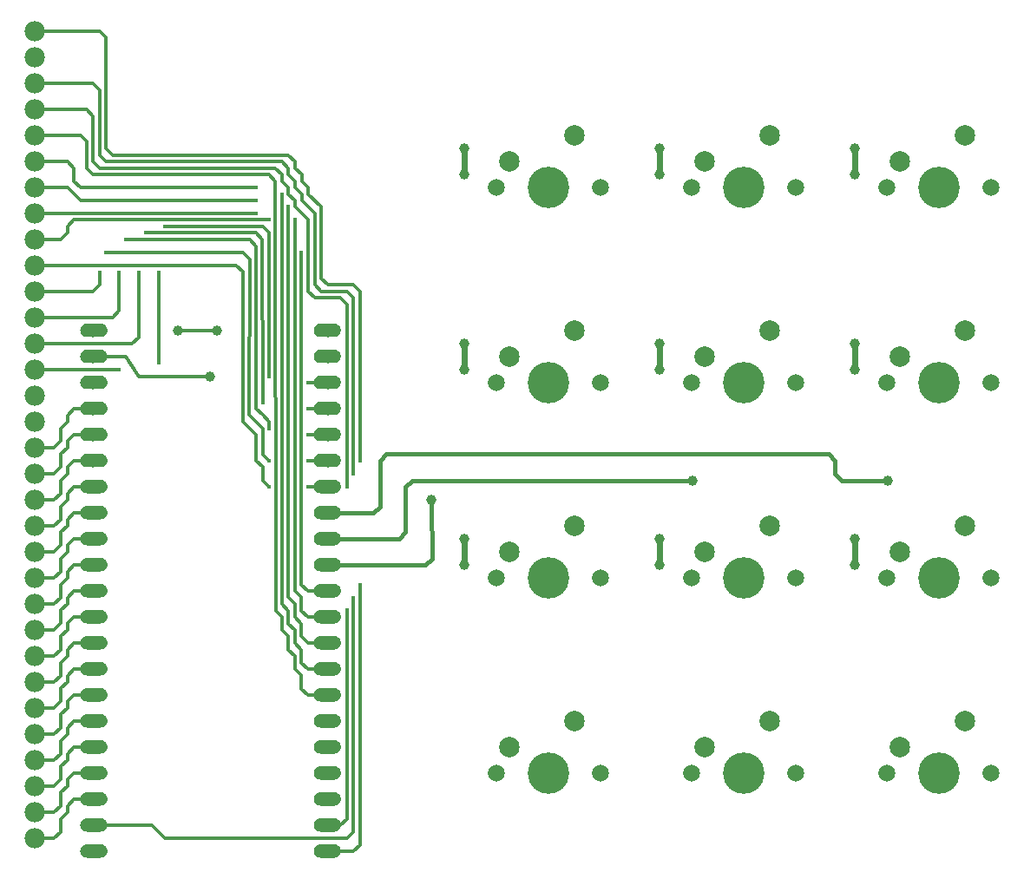
<source format=gbl>
G04 MADE WITH FRITZING*
G04 WWW.FRITZING.ORG*
G04 DOUBLE SIDED*
G04 HOLES PLATED*
G04 CONTOUR ON CENTER OF CONTOUR VECTOR*
%ASAXBY*%
%FSLAX23Y23*%
%MOIN*%
%OFA0B0*%
%SFA1.0B1.0*%
%ADD10C,0.015748*%
%ADD11C,0.078000*%
%ADD12C,0.039370*%
%ADD13C,0.052000*%
%ADD14C,0.078639*%
%ADD15C,0.158908*%
%ADD16C,0.065278*%
%ADD17C,0.012000*%
%ADD18C,0.024000*%
%ADD19C,0.016000*%
%ADD20R,0.001000X0.001000*%
%LNCOPPER0*%
G90*
G70*
G54D10*
X1547Y1554D03*
X1521Y1504D03*
X1497Y1455D03*
X1547Y1079D03*
X1521Y1029D03*
X1497Y980D03*
X1346Y1554D03*
X1346Y1455D03*
X1346Y1655D03*
X1197Y1455D03*
X1197Y1554D03*
X1197Y1679D03*
X1172Y1779D03*
X1346Y1755D03*
X1346Y1854D03*
X1197Y1879D03*
X621Y1904D03*
X772Y1930D03*
X772Y2279D03*
X696Y2279D03*
X621Y2279D03*
X547Y2279D03*
X796Y2454D03*
X722Y2430D03*
X647Y2405D03*
X571Y2355D03*
X1321Y2355D03*
X1197Y2480D03*
X1297Y2480D03*
X1146Y2504D03*
X1146Y2555D03*
X1271Y2530D03*
X1247Y2579D03*
X1146Y2604D03*
G54D11*
X296Y104D03*
X296Y204D03*
X296Y304D03*
X296Y404D03*
X296Y504D03*
X296Y604D03*
X296Y704D03*
X296Y804D03*
X296Y904D03*
X296Y1004D03*
X296Y1104D03*
X296Y1204D03*
X296Y1304D03*
X296Y1404D03*
X296Y1504D03*
X296Y1604D03*
X296Y1704D03*
X296Y1804D03*
X296Y1904D03*
X296Y2004D03*
X296Y2104D03*
X296Y2204D03*
X296Y2304D03*
X296Y2404D03*
X296Y2504D03*
X296Y2604D03*
X296Y2704D03*
X296Y2804D03*
X296Y2904D03*
X296Y3004D03*
X296Y3104D03*
X296Y3204D03*
G54D12*
X1947Y2754D03*
X1948Y2653D03*
X2695Y2653D03*
X2695Y2755D03*
X3447Y2655D03*
X3447Y2754D03*
X1946Y1903D03*
X2697Y1903D03*
X3446Y1903D03*
X3446Y2005D03*
X2697Y2005D03*
X1946Y2005D03*
X3448Y1254D03*
X3448Y1154D03*
X2695Y1254D03*
X2695Y1154D03*
X1946Y1254D03*
X1946Y1154D03*
X1821Y1404D03*
X2822Y1479D03*
X3572Y1479D03*
G54D13*
X521Y2055D03*
X521Y1955D03*
X521Y1855D03*
X521Y1755D03*
X521Y1655D03*
X521Y1555D03*
X521Y1454D03*
X521Y1354D03*
X521Y1254D03*
X521Y1154D03*
X521Y1054D03*
X521Y954D03*
X521Y854D03*
X521Y754D03*
X521Y654D03*
X521Y554D03*
X521Y454D03*
X521Y354D03*
X521Y254D03*
X521Y154D03*
X521Y54D03*
X1422Y54D03*
X1422Y154D03*
X1422Y254D03*
X1422Y354D03*
X1422Y454D03*
X1422Y554D03*
X1422Y654D03*
X1422Y754D03*
X1422Y854D03*
X1422Y954D03*
X1422Y1054D03*
X1422Y1154D03*
X1422Y1254D03*
X1422Y1354D03*
X1422Y1454D03*
X1422Y1555D03*
X1422Y1655D03*
X1422Y1755D03*
X1422Y1855D03*
X1422Y1955D03*
X1422Y2055D03*
G54D14*
X2121Y2704D03*
X2371Y2804D03*
G54D15*
X2271Y2604D03*
G54D16*
X2071Y2604D03*
X2471Y2604D03*
G54D14*
X2871Y2704D03*
X3121Y2804D03*
G54D15*
X3021Y2604D03*
G54D16*
X2821Y2604D03*
X3221Y2604D03*
G54D14*
X3621Y2704D03*
X3871Y2804D03*
G54D15*
X3771Y2604D03*
G54D16*
X3571Y2604D03*
X3971Y2604D03*
G54D14*
X2121Y1954D03*
X2371Y2054D03*
G54D15*
X2271Y1854D03*
G54D16*
X2071Y1854D03*
X2471Y1854D03*
G54D14*
X2871Y1954D03*
X3121Y2054D03*
G54D15*
X3021Y1854D03*
G54D16*
X2821Y1854D03*
X3221Y1854D03*
G54D14*
X3621Y1954D03*
X3871Y2054D03*
G54D15*
X3771Y1854D03*
G54D16*
X3571Y1854D03*
X3971Y1854D03*
G54D14*
X2121Y1204D03*
X2371Y1304D03*
G54D15*
X2271Y1104D03*
G54D16*
X2071Y1104D03*
X2471Y1104D03*
G54D14*
X2871Y1204D03*
X3121Y1304D03*
G54D15*
X3021Y1104D03*
G54D16*
X2821Y1104D03*
X3221Y1104D03*
G54D14*
X3621Y1204D03*
X3871Y1304D03*
G54D15*
X3771Y1104D03*
G54D16*
X3571Y1104D03*
X3971Y1104D03*
G54D14*
X2121Y454D03*
X2371Y554D03*
G54D15*
X2271Y354D03*
G54D16*
X2071Y354D03*
X2471Y354D03*
G54D14*
X2871Y454D03*
X3121Y554D03*
G54D15*
X3021Y354D03*
G54D16*
X2821Y354D03*
X3221Y354D03*
G54D14*
X3621Y454D03*
X3871Y554D03*
G54D15*
X3771Y354D03*
G54D16*
X3571Y354D03*
X3971Y354D03*
G54D12*
X996Y2054D03*
X846Y2054D03*
X971Y1879D03*
G54D17*
X1521Y1022D02*
X1521Y129D01*
D02*
X1521Y129D02*
X1497Y105D01*
D02*
X1521Y2180D02*
X1521Y1512D01*
D02*
X1497Y2204D02*
X1521Y2180D01*
D02*
X1396Y2204D02*
X1497Y2204D01*
D02*
X1372Y2230D02*
X1396Y2204D01*
D02*
X1372Y2504D02*
X1372Y2230D01*
D02*
X1322Y2554D02*
X1372Y2504D01*
D02*
X1322Y2579D02*
X1322Y2554D01*
D02*
X1296Y2605D02*
X1322Y2579D01*
D02*
X1296Y2629D02*
X1296Y2605D01*
D02*
X1271Y2655D02*
X1296Y2629D01*
D02*
X1271Y2679D02*
X1271Y2655D01*
D02*
X796Y105D02*
X747Y155D01*
D02*
X747Y155D02*
X540Y154D01*
D02*
X1497Y105D02*
X796Y105D01*
D02*
X1247Y2705D02*
X1271Y2679D01*
D02*
X571Y2705D02*
X1247Y2705D01*
D02*
X547Y2729D02*
X571Y2705D01*
D02*
X547Y2979D02*
X547Y2729D01*
D02*
X521Y3005D02*
X547Y2979D01*
D02*
X315Y3004D02*
X521Y3005D01*
D02*
X396Y129D02*
X396Y179D01*
D02*
X396Y179D02*
X422Y205D01*
D02*
X422Y205D02*
X422Y229D01*
D02*
X422Y229D02*
X446Y254D01*
D02*
X446Y254D02*
X502Y254D01*
D02*
X371Y105D02*
X396Y129D01*
D02*
X315Y105D02*
X371Y105D01*
D02*
X396Y229D02*
X396Y280D01*
D02*
X396Y280D02*
X422Y304D01*
D02*
X422Y304D02*
X422Y330D01*
D02*
X422Y330D02*
X446Y354D01*
D02*
X446Y354D02*
X502Y354D01*
D02*
X371Y205D02*
X396Y229D01*
D02*
X315Y204D02*
X371Y205D01*
D02*
X396Y330D02*
X396Y380D01*
D02*
X396Y380D02*
X422Y404D01*
D02*
X422Y404D02*
X422Y429D01*
D02*
X422Y429D02*
X446Y455D01*
D02*
X446Y455D02*
X502Y455D01*
D02*
X371Y304D02*
X396Y330D01*
D02*
X315Y304D02*
X371Y304D01*
D02*
X396Y429D02*
X396Y479D01*
D02*
X396Y479D02*
X422Y505D01*
D02*
X422Y505D02*
X422Y529D01*
D02*
X422Y529D02*
X446Y554D01*
D02*
X446Y554D02*
X502Y554D01*
D02*
X371Y404D02*
X396Y429D01*
D02*
X315Y404D02*
X371Y404D01*
D02*
X396Y529D02*
X396Y580D01*
D02*
X396Y580D02*
X422Y604D01*
D02*
X422Y604D02*
X422Y630D01*
D02*
X422Y630D02*
X446Y654D01*
D02*
X446Y654D02*
X502Y654D01*
D02*
X371Y505D02*
X396Y529D01*
D02*
X315Y504D02*
X371Y505D01*
D02*
X396Y630D02*
X396Y680D01*
D02*
X396Y680D02*
X422Y704D01*
D02*
X422Y704D02*
X422Y729D01*
D02*
X422Y729D02*
X446Y755D01*
D02*
X446Y755D02*
X502Y755D01*
D02*
X371Y604D02*
X396Y630D01*
D02*
X315Y604D02*
X371Y604D01*
D02*
X396Y729D02*
X396Y779D01*
D02*
X396Y779D02*
X422Y805D01*
D02*
X422Y805D02*
X422Y829D01*
D02*
X422Y829D02*
X446Y855D01*
D02*
X446Y855D02*
X502Y854D01*
D02*
X371Y704D02*
X396Y729D01*
D02*
X315Y704D02*
X371Y704D01*
D02*
X396Y829D02*
X396Y880D01*
D02*
X396Y880D02*
X422Y904D01*
D02*
X422Y904D02*
X422Y930D01*
D02*
X422Y930D02*
X446Y954D01*
D02*
X446Y954D02*
X502Y954D01*
D02*
X371Y805D02*
X396Y829D01*
D02*
X315Y804D02*
X371Y805D01*
D02*
X396Y930D02*
X396Y980D01*
D02*
X396Y980D02*
X422Y1004D01*
D02*
X422Y1004D02*
X422Y1029D01*
D02*
X422Y1029D02*
X446Y1055D01*
D02*
X446Y1055D02*
X502Y1055D01*
D02*
X371Y904D02*
X396Y930D01*
D02*
X315Y904D02*
X371Y904D01*
D02*
X396Y1029D02*
X396Y1079D01*
D02*
X396Y1079D02*
X422Y1105D01*
D02*
X422Y1105D02*
X422Y1129D01*
D02*
X422Y1129D02*
X446Y1155D01*
D02*
X446Y1155D02*
X502Y1154D01*
D02*
X371Y1004D02*
X396Y1029D01*
D02*
X315Y1004D02*
X371Y1004D01*
D02*
X396Y1129D02*
X396Y1179D01*
D02*
X396Y1179D02*
X422Y1204D01*
D02*
X422Y1204D02*
X422Y1230D01*
D02*
X422Y1230D02*
X446Y1254D01*
D02*
X446Y1254D02*
X502Y1254D01*
D02*
X371Y1105D02*
X396Y1129D01*
D02*
X315Y1105D02*
X371Y1105D01*
D02*
X371Y1204D02*
X315Y1204D01*
D02*
X396Y1230D02*
X371Y1204D01*
D02*
X396Y1280D02*
X396Y1230D01*
D02*
X422Y1304D02*
X396Y1280D01*
D02*
X422Y1329D02*
X422Y1304D01*
D02*
X446Y1355D02*
X422Y1329D01*
D02*
X502Y1355D02*
X446Y1355D01*
D02*
X371Y1304D02*
X315Y1304D01*
D02*
X396Y1329D02*
X371Y1304D01*
D02*
X396Y1379D02*
X396Y1329D01*
D02*
X422Y1405D02*
X396Y1379D01*
D02*
X422Y1429D02*
X422Y1405D01*
D02*
X446Y1455D02*
X422Y1429D01*
D02*
X502Y1454D02*
X446Y1455D01*
D02*
X371Y1405D02*
X315Y1405D01*
D02*
X396Y1429D02*
X371Y1405D01*
D02*
X396Y1479D02*
X396Y1429D01*
D02*
X422Y1504D02*
X396Y1479D01*
D02*
X422Y1530D02*
X422Y1504D01*
D02*
X446Y1554D02*
X422Y1530D01*
D02*
X502Y1554D02*
X446Y1554D01*
D02*
X371Y1504D02*
X315Y1504D01*
D02*
X396Y1530D02*
X371Y1504D01*
D02*
X396Y1580D02*
X396Y1530D01*
D02*
X422Y1604D02*
X396Y1580D01*
D02*
X422Y1630D02*
X422Y1604D01*
D02*
X446Y1655D02*
X422Y1630D01*
D02*
X502Y1655D02*
X446Y1655D01*
D02*
X1354Y1854D02*
X1403Y1854D01*
D02*
X772Y1937D02*
X772Y2271D01*
D02*
X1172Y2455D02*
X1197Y2430D01*
D02*
X804Y2454D02*
X1172Y2455D01*
D02*
X1197Y2430D02*
X1197Y1887D01*
D02*
X315Y1904D02*
X613Y1904D01*
D02*
X1354Y1755D02*
X1403Y1755D01*
D02*
X696Y2029D02*
X696Y2271D01*
D02*
X671Y2005D02*
X696Y2029D01*
D02*
X1146Y2430D02*
X1171Y2405D01*
D02*
X730Y2430D02*
X1146Y2430D01*
D02*
X1171Y2405D02*
X1172Y1787D01*
D02*
X315Y2004D02*
X671Y2005D01*
D02*
X1354Y1655D02*
X1403Y1655D01*
D02*
X1197Y1705D02*
X1197Y1687D01*
D02*
X1172Y1730D02*
X1197Y1705D01*
D02*
X621Y2130D02*
X621Y2271D01*
D02*
X597Y2104D02*
X621Y2130D01*
D02*
X1122Y2405D02*
X1146Y2379D01*
D02*
X655Y2405D02*
X1122Y2405D01*
D02*
X1146Y2379D02*
X1146Y1754D01*
D02*
X1146Y1754D02*
X1172Y1730D01*
D02*
X315Y2104D02*
X597Y2104D01*
D02*
X1172Y1679D02*
X1172Y1579D01*
D02*
X1172Y1579D02*
X1191Y1560D01*
D02*
X1354Y1554D02*
X1403Y1554D01*
D02*
X1121Y1730D02*
X1172Y1679D01*
D02*
X579Y2355D02*
X1096Y2355D01*
D02*
X547Y2230D02*
X547Y2271D01*
D02*
X1096Y2355D02*
X1122Y2329D01*
D02*
X521Y2204D02*
X547Y2230D01*
D02*
X1122Y2329D02*
X1121Y1730D01*
D02*
X315Y2204D02*
X521Y2204D01*
D02*
X1354Y1455D02*
X1403Y1454D01*
D02*
X1146Y1554D02*
X1172Y1530D01*
D02*
X1172Y1530D02*
X1172Y1479D01*
D02*
X1172Y1479D02*
X1191Y1460D01*
D02*
X1146Y1654D02*
X1146Y1554D01*
D02*
X1071Y2304D02*
X1097Y2280D01*
D02*
X1097Y2280D02*
X1097Y1705D01*
D02*
X1097Y1705D02*
X1146Y1654D01*
D02*
X315Y2304D02*
X1071Y2304D01*
D02*
X446Y1755D02*
X502Y1755D01*
D02*
X422Y1729D02*
X446Y1755D01*
D02*
X396Y1679D02*
X422Y1705D01*
D02*
X422Y1705D02*
X422Y1729D01*
D02*
X396Y1630D02*
X396Y1679D01*
D02*
X371Y1604D02*
X396Y1630D01*
D02*
X315Y1604D02*
X371Y1604D01*
D02*
X1346Y1054D02*
X1403Y1054D01*
D02*
X1321Y1079D02*
X1346Y1054D01*
D02*
X1321Y2347D02*
X1321Y1079D01*
D02*
X396Y2405D02*
X422Y2430D01*
D02*
X422Y2430D02*
X422Y2454D01*
D02*
X422Y2454D02*
X446Y2480D01*
D02*
X446Y2480D02*
X1189Y2480D01*
D02*
X315Y2404D02*
X396Y2405D01*
D02*
X1321Y1030D02*
X1321Y979D01*
D02*
X1321Y979D02*
X1347Y954D01*
D02*
X1347Y954D02*
X1403Y954D01*
D02*
X1296Y1055D02*
X1321Y1030D01*
D02*
X1297Y2472D02*
X1296Y1055D01*
D02*
X315Y2504D02*
X1138Y2504D01*
D02*
X1321Y880D02*
X1347Y854D01*
D02*
X1347Y854D02*
X1403Y854D01*
D02*
X1321Y929D02*
X1321Y880D01*
D02*
X1271Y1030D02*
X1296Y1005D01*
D02*
X1296Y1005D02*
X1296Y954D01*
D02*
X1296Y954D02*
X1321Y929D01*
D02*
X1271Y2522D02*
X1271Y1030D01*
D02*
X422Y2605D02*
X472Y2554D01*
D02*
X472Y2554D02*
X1138Y2555D01*
D02*
X315Y2605D02*
X422Y2605D01*
D02*
X1321Y779D02*
X1347Y755D01*
D02*
X1347Y755D02*
X1403Y755D01*
D02*
X1321Y829D02*
X1321Y779D01*
D02*
X1247Y1005D02*
X1271Y979D01*
D02*
X1271Y979D02*
X1271Y929D01*
D02*
X1271Y929D02*
X1296Y905D01*
D02*
X1296Y905D02*
X1296Y854D01*
D02*
X1296Y854D02*
X1321Y829D01*
D02*
X1247Y2572D02*
X1247Y1005D01*
D02*
X422Y2705D02*
X446Y2679D01*
D02*
X446Y2679D02*
X446Y2629D01*
D02*
X446Y2629D02*
X472Y2605D01*
D02*
X472Y2605D02*
X1138Y2604D01*
D02*
X315Y2704D02*
X422Y2705D01*
D02*
X1321Y679D02*
X1347Y654D01*
D02*
X1347Y654D02*
X1403Y654D01*
D02*
X1321Y730D02*
X1321Y679D01*
D02*
X1222Y979D02*
X1247Y954D01*
D02*
X1247Y954D02*
X1247Y905D01*
D02*
X1247Y905D02*
X1271Y880D01*
D02*
X1271Y880D02*
X1271Y829D01*
D02*
X1271Y829D02*
X1296Y804D01*
D02*
X1296Y804D02*
X1296Y755D01*
D02*
X1296Y755D02*
X1321Y730D01*
D02*
X1221Y2629D02*
X1222Y979D01*
D02*
X472Y2804D02*
X496Y2780D01*
D02*
X496Y2780D02*
X496Y2679D01*
D02*
X496Y2679D02*
X521Y2655D01*
D02*
X521Y2655D02*
X1197Y2655D01*
D02*
X1197Y2655D02*
X1221Y2629D01*
D02*
X315Y2804D02*
X472Y2804D01*
D02*
X1521Y54D02*
X1441Y54D01*
D02*
X1547Y79D02*
X1521Y54D01*
D02*
X1547Y1071D02*
X1547Y79D01*
D02*
X1547Y2204D02*
X1547Y1562D01*
D02*
X1521Y2230D02*
X1547Y2204D01*
D02*
X1422Y2230D02*
X1521Y2230D01*
D02*
X1396Y2254D02*
X1422Y2230D01*
D02*
X1396Y2530D02*
X1396Y2254D01*
D02*
X1346Y2579D02*
X1396Y2530D01*
D02*
X1346Y2605D02*
X1346Y2579D01*
D02*
X1322Y2629D02*
X1346Y2605D01*
D02*
X1322Y2655D02*
X1322Y2629D01*
D02*
X1296Y2679D02*
X1322Y2655D01*
D02*
X1296Y2705D02*
X1296Y2679D01*
D02*
X1271Y2729D02*
X1296Y2705D01*
D02*
X597Y2729D02*
X1271Y2729D01*
D02*
X571Y2754D02*
X597Y2729D01*
D02*
X571Y3180D02*
X571Y2754D01*
D02*
X547Y3204D02*
X571Y3180D01*
D02*
X315Y3204D02*
X547Y3204D01*
D02*
X1471Y155D02*
X1441Y155D01*
D02*
X1497Y972D02*
X1497Y179D01*
D02*
X1497Y179D02*
X1471Y155D01*
D02*
X1497Y2154D02*
X1497Y1462D01*
D02*
X1471Y2180D02*
X1497Y2154D01*
D02*
X496Y2905D02*
X521Y2879D01*
D02*
X521Y2879D02*
X521Y2705D01*
D02*
X521Y2705D02*
X547Y2679D01*
D02*
X547Y2679D02*
X1221Y2679D01*
D02*
X1221Y2679D02*
X1247Y2655D01*
D02*
X1247Y2655D02*
X1247Y2629D01*
D02*
X1247Y2629D02*
X1271Y2605D01*
D02*
X1271Y2605D02*
X1271Y2579D01*
D02*
X1271Y2579D02*
X1296Y2554D01*
D02*
X1296Y2554D02*
X1296Y2530D01*
D02*
X1296Y2530D02*
X1346Y2480D01*
D02*
X1346Y2480D02*
X1346Y2204D01*
D02*
X1346Y2204D02*
X1372Y2180D01*
D02*
X1372Y2180D02*
X1471Y2180D01*
D02*
X315Y2904D02*
X496Y2905D01*
G54D18*
D02*
X1948Y2661D02*
X1947Y2747D01*
D02*
X2695Y2661D02*
X2695Y2747D01*
D02*
X3447Y2662D02*
X3447Y2746D01*
D02*
X3446Y1997D02*
X3446Y1911D01*
D02*
X2697Y1997D02*
X2697Y1911D01*
D02*
X1946Y1997D02*
X1946Y1911D01*
D02*
X1946Y1247D02*
X1946Y1162D01*
D02*
X2695Y1247D02*
X2695Y1162D01*
D02*
X3448Y1247D02*
X3448Y1162D01*
G54D19*
D02*
X1796Y1155D02*
X1441Y1154D01*
D02*
X1822Y1179D02*
X1796Y1155D01*
D02*
X1821Y1397D02*
X1822Y1179D01*
D02*
X1696Y1254D02*
X1441Y1254D01*
D02*
X1721Y1280D02*
X1696Y1254D01*
D02*
X1721Y1454D02*
X1721Y1280D01*
D02*
X1747Y1479D02*
X1721Y1454D01*
D02*
X2814Y1479D02*
X1747Y1479D01*
D02*
X3564Y1479D02*
X3396Y1479D01*
D02*
X3396Y1479D02*
X3371Y1505D01*
D02*
X3371Y1505D02*
X3371Y1554D01*
D02*
X3371Y1554D02*
X3347Y1580D01*
D02*
X1646Y1580D02*
X1622Y1554D01*
D02*
X1622Y1554D02*
X1622Y1379D01*
D02*
X1622Y1379D02*
X1597Y1355D01*
D02*
X1597Y1355D02*
X1441Y1354D01*
D02*
X3347Y1580D02*
X1646Y1580D01*
G54D17*
D02*
X989Y2054D02*
X854Y2054D01*
D02*
X697Y1879D02*
X646Y1954D01*
D02*
X646Y1954D02*
X540Y1954D01*
D02*
X964Y1879D02*
X697Y1879D01*
G54D20*
X498Y2081D02*
X549Y2081D01*
X1395Y2081D02*
X1446Y2081D01*
X491Y2080D02*
X556Y2080D01*
X1388Y2080D02*
X1453Y2080D01*
X488Y2079D02*
X559Y2079D01*
X1385Y2079D02*
X1456Y2079D01*
X487Y2078D02*
X561Y2078D01*
X1383Y2078D02*
X1458Y2078D01*
X485Y2077D02*
X563Y2077D01*
X1382Y2077D02*
X1460Y2077D01*
X483Y2076D02*
X565Y2076D01*
X1380Y2076D02*
X1461Y2076D01*
X482Y2075D02*
X566Y2075D01*
X1379Y2075D02*
X1463Y2075D01*
X481Y2074D02*
X567Y2074D01*
X1378Y2074D02*
X1464Y2074D01*
X480Y2073D02*
X568Y2073D01*
X1377Y2073D02*
X1465Y2073D01*
X479Y2072D02*
X569Y2072D01*
X1376Y2072D02*
X1466Y2072D01*
X478Y2071D02*
X524Y2071D01*
X526Y2071D02*
X570Y2071D01*
X1375Y2071D02*
X1420Y2071D01*
X1422Y2071D02*
X1467Y2071D01*
X477Y2070D02*
X519Y2070D01*
X531Y2070D02*
X571Y2070D01*
X1374Y2070D02*
X1415Y2070D01*
X1427Y2070D02*
X1467Y2070D01*
X477Y2069D02*
X516Y2069D01*
X533Y2069D02*
X571Y2069D01*
X1373Y2069D02*
X1413Y2069D01*
X1429Y2069D02*
X1468Y2069D01*
X476Y2068D02*
X515Y2068D01*
X534Y2068D02*
X572Y2068D01*
X1373Y2068D02*
X1411Y2068D01*
X1431Y2068D02*
X1469Y2068D01*
X475Y2067D02*
X514Y2067D01*
X536Y2067D02*
X572Y2067D01*
X1372Y2067D02*
X1410Y2067D01*
X1432Y2067D02*
X1469Y2067D01*
X475Y2066D02*
X513Y2066D01*
X537Y2066D02*
X573Y2066D01*
X1372Y2066D02*
X1409Y2066D01*
X1433Y2066D02*
X1470Y2066D01*
X474Y2065D02*
X512Y2065D01*
X538Y2065D02*
X573Y2065D01*
X1371Y2065D02*
X1408Y2065D01*
X1434Y2065D02*
X1470Y2065D01*
X474Y2064D02*
X511Y2064D01*
X538Y2064D02*
X574Y2064D01*
X1371Y2064D02*
X1407Y2064D01*
X1434Y2064D02*
X1471Y2064D01*
X474Y2063D02*
X510Y2063D01*
X539Y2063D02*
X574Y2063D01*
X1371Y2063D02*
X1406Y2063D01*
X1435Y2063D02*
X1471Y2063D01*
X473Y2062D02*
X510Y2062D01*
X539Y2062D02*
X574Y2062D01*
X1370Y2062D02*
X1406Y2062D01*
X1436Y2062D02*
X1471Y2062D01*
X473Y2061D02*
X509Y2061D01*
X540Y2061D02*
X575Y2061D01*
X1370Y2061D02*
X1405Y2061D01*
X1436Y2061D02*
X1471Y2061D01*
X473Y2060D02*
X509Y2060D01*
X540Y2060D02*
X575Y2060D01*
X1370Y2060D02*
X1405Y2060D01*
X1436Y2060D02*
X1472Y2060D01*
X473Y2059D02*
X509Y2059D01*
X541Y2059D02*
X575Y2059D01*
X1370Y2059D02*
X1405Y2059D01*
X1437Y2059D02*
X1472Y2059D01*
X473Y2058D02*
X508Y2058D01*
X541Y2058D02*
X575Y2058D01*
X1369Y2058D02*
X1405Y2058D01*
X1437Y2058D02*
X1472Y2058D01*
X473Y2057D02*
X508Y2057D01*
X541Y2057D02*
X575Y2057D01*
X1369Y2057D02*
X1404Y2057D01*
X1437Y2057D02*
X1472Y2057D01*
X472Y2056D02*
X508Y2056D01*
X541Y2056D02*
X575Y2056D01*
X1369Y2056D02*
X1404Y2056D01*
X1437Y2056D02*
X1472Y2056D01*
X472Y2055D02*
X508Y2055D01*
X541Y2055D02*
X575Y2055D01*
X1369Y2055D02*
X1404Y2055D01*
X1437Y2055D02*
X1472Y2055D01*
X472Y2054D02*
X508Y2054D01*
X541Y2054D02*
X575Y2054D01*
X1369Y2054D02*
X1404Y2054D01*
X1437Y2054D02*
X1472Y2054D01*
X473Y2053D02*
X508Y2053D01*
X541Y2053D02*
X575Y2053D01*
X1369Y2053D02*
X1404Y2053D01*
X1437Y2053D02*
X1472Y2053D01*
X473Y2052D02*
X508Y2052D01*
X541Y2052D02*
X575Y2052D01*
X1369Y2052D02*
X1405Y2052D01*
X1437Y2052D02*
X1472Y2052D01*
X473Y2051D02*
X509Y2051D01*
X541Y2051D02*
X575Y2051D01*
X1370Y2051D02*
X1405Y2051D01*
X1437Y2051D02*
X1472Y2051D01*
X473Y2050D02*
X509Y2050D01*
X540Y2050D02*
X575Y2050D01*
X1370Y2050D02*
X1405Y2050D01*
X1436Y2050D02*
X1472Y2050D01*
X473Y2049D02*
X509Y2049D01*
X540Y2049D02*
X575Y2049D01*
X1370Y2049D02*
X1405Y2049D01*
X1436Y2049D02*
X1471Y2049D01*
X473Y2048D02*
X510Y2048D01*
X539Y2048D02*
X574Y2048D01*
X1370Y2048D02*
X1406Y2048D01*
X1435Y2048D02*
X1471Y2048D01*
X474Y2047D02*
X510Y2047D01*
X539Y2047D02*
X574Y2047D01*
X1371Y2047D02*
X1406Y2047D01*
X1435Y2047D02*
X1471Y2047D01*
X474Y2046D02*
X511Y2046D01*
X538Y2046D02*
X574Y2046D01*
X1371Y2046D02*
X1407Y2046D01*
X1434Y2046D02*
X1471Y2046D01*
X474Y2045D02*
X512Y2045D01*
X537Y2045D02*
X573Y2045D01*
X1371Y2045D02*
X1408Y2045D01*
X1434Y2045D02*
X1470Y2045D01*
X475Y2044D02*
X513Y2044D01*
X537Y2044D02*
X573Y2044D01*
X1372Y2044D02*
X1409Y2044D01*
X1433Y2044D02*
X1470Y2044D01*
X475Y2043D02*
X514Y2043D01*
X536Y2043D02*
X572Y2043D01*
X1372Y2043D02*
X1410Y2043D01*
X1432Y2043D02*
X1469Y2043D01*
X476Y2042D02*
X515Y2042D01*
X534Y2042D02*
X572Y2042D01*
X1373Y2042D02*
X1411Y2042D01*
X1430Y2042D02*
X1469Y2042D01*
X477Y2041D02*
X517Y2041D01*
X533Y2041D02*
X571Y2041D01*
X1373Y2041D02*
X1413Y2041D01*
X1429Y2041D02*
X1468Y2041D01*
X477Y2040D02*
X519Y2040D01*
X530Y2040D02*
X571Y2040D01*
X1374Y2040D02*
X1415Y2040D01*
X1426Y2040D02*
X1467Y2040D01*
X478Y2039D02*
X570Y2039D01*
X1375Y2039D02*
X1467Y2039D01*
X479Y2038D02*
X569Y2038D01*
X1376Y2038D02*
X1466Y2038D01*
X480Y2037D02*
X568Y2037D01*
X1377Y2037D02*
X1465Y2037D01*
X481Y2036D02*
X567Y2036D01*
X1378Y2036D02*
X1464Y2036D01*
X482Y2035D02*
X566Y2035D01*
X1379Y2035D02*
X1463Y2035D01*
X483Y2034D02*
X565Y2034D01*
X1380Y2034D02*
X1461Y2034D01*
X485Y2033D02*
X563Y2033D01*
X1382Y2033D02*
X1460Y2033D01*
X487Y2032D02*
X561Y2032D01*
X1383Y2032D02*
X1458Y2032D01*
X488Y2031D02*
X559Y2031D01*
X1385Y2031D02*
X1456Y2031D01*
X491Y2030D02*
X556Y2030D01*
X1388Y2030D02*
X1453Y2030D01*
X498Y1981D02*
X549Y1981D01*
X1395Y1981D02*
X1446Y1981D01*
X491Y1980D02*
X556Y1980D01*
X1388Y1980D02*
X1453Y1980D01*
X488Y1979D02*
X559Y1979D01*
X1385Y1979D02*
X1456Y1979D01*
X486Y1978D02*
X561Y1978D01*
X1383Y1978D02*
X1458Y1978D01*
X485Y1977D02*
X563Y1977D01*
X1382Y1977D02*
X1460Y1977D01*
X483Y1976D02*
X564Y1976D01*
X1380Y1976D02*
X1461Y1976D01*
X482Y1975D02*
X566Y1975D01*
X1379Y1975D02*
X1463Y1975D01*
X481Y1974D02*
X567Y1974D01*
X1378Y1974D02*
X1464Y1974D01*
X480Y1973D02*
X568Y1973D01*
X1377Y1973D02*
X1465Y1973D01*
X479Y1972D02*
X569Y1972D01*
X1376Y1972D02*
X1466Y1972D01*
X478Y1971D02*
X523Y1971D01*
X526Y1971D02*
X570Y1971D01*
X1375Y1971D02*
X1419Y1971D01*
X1422Y1971D02*
X1467Y1971D01*
X477Y1970D02*
X518Y1970D01*
X531Y1970D02*
X570Y1970D01*
X1374Y1970D02*
X1414Y1970D01*
X1427Y1970D02*
X1467Y1970D01*
X476Y1969D02*
X516Y1969D01*
X533Y1969D02*
X571Y1969D01*
X1373Y1969D02*
X1412Y1969D01*
X1429Y1969D02*
X1468Y1969D01*
X476Y1968D02*
X515Y1968D01*
X535Y1968D02*
X572Y1968D01*
X1373Y1968D02*
X1411Y1968D01*
X1431Y1968D02*
X1469Y1968D01*
X475Y1967D02*
X513Y1967D01*
X536Y1967D02*
X572Y1967D01*
X1372Y1967D02*
X1409Y1967D01*
X1432Y1967D02*
X1469Y1967D01*
X475Y1966D02*
X512Y1966D01*
X537Y1966D02*
X573Y1966D01*
X1372Y1966D02*
X1408Y1966D01*
X1433Y1966D02*
X1470Y1966D01*
X474Y1965D02*
X511Y1965D01*
X538Y1965D02*
X573Y1965D01*
X1371Y1965D02*
X1408Y1965D01*
X1434Y1965D02*
X1470Y1965D01*
X474Y1964D02*
X511Y1964D01*
X538Y1964D02*
X574Y1964D01*
X1371Y1964D02*
X1407Y1964D01*
X1435Y1964D02*
X1471Y1964D01*
X474Y1963D02*
X510Y1963D01*
X539Y1963D02*
X574Y1963D01*
X1371Y1963D02*
X1406Y1963D01*
X1435Y1963D02*
X1471Y1963D01*
X473Y1962D02*
X509Y1962D01*
X540Y1962D02*
X574Y1962D01*
X1370Y1962D02*
X1406Y1962D01*
X1436Y1962D02*
X1471Y1962D01*
X473Y1961D02*
X509Y1961D01*
X540Y1961D02*
X575Y1961D01*
X1370Y1961D02*
X1405Y1961D01*
X1436Y1961D02*
X1471Y1961D01*
X473Y1960D02*
X509Y1960D01*
X540Y1960D02*
X575Y1960D01*
X1370Y1960D02*
X1405Y1960D01*
X1437Y1960D02*
X1472Y1960D01*
X473Y1959D02*
X508Y1959D01*
X541Y1959D02*
X575Y1959D01*
X1370Y1959D02*
X1405Y1959D01*
X1437Y1959D02*
X1472Y1959D01*
X473Y1958D02*
X508Y1958D01*
X541Y1958D02*
X575Y1958D01*
X1369Y1958D02*
X1404Y1958D01*
X1437Y1958D02*
X1472Y1958D01*
X472Y1957D02*
X508Y1957D01*
X541Y1957D02*
X575Y1957D01*
X1369Y1957D02*
X1404Y1957D01*
X1437Y1957D02*
X1472Y1957D01*
X472Y1956D02*
X508Y1956D01*
X541Y1956D02*
X575Y1956D01*
X1369Y1956D02*
X1404Y1956D01*
X1437Y1956D02*
X1472Y1956D01*
X472Y1955D02*
X508Y1955D01*
X541Y1955D02*
X575Y1955D01*
X1369Y1955D02*
X1404Y1955D01*
X1437Y1955D02*
X1472Y1955D01*
X472Y1954D02*
X508Y1954D01*
X541Y1954D02*
X575Y1954D01*
X1369Y1954D02*
X1404Y1954D01*
X1437Y1954D02*
X1472Y1954D01*
X472Y1953D02*
X508Y1953D01*
X541Y1953D02*
X575Y1953D01*
X1369Y1953D02*
X1404Y1953D01*
X1437Y1953D02*
X1472Y1953D01*
X473Y1952D02*
X508Y1952D01*
X541Y1952D02*
X575Y1952D01*
X1369Y1952D02*
X1404Y1952D01*
X1437Y1952D02*
X1472Y1952D01*
X473Y1951D02*
X508Y1951D01*
X541Y1951D02*
X575Y1951D01*
X1370Y1951D02*
X1405Y1951D01*
X1437Y1951D02*
X1472Y1951D01*
X473Y1950D02*
X509Y1950D01*
X540Y1950D02*
X575Y1950D01*
X1370Y1950D02*
X1405Y1950D01*
X1437Y1950D02*
X1472Y1950D01*
X473Y1949D02*
X509Y1949D01*
X540Y1949D02*
X575Y1949D01*
X1370Y1949D02*
X1405Y1949D01*
X1436Y1949D02*
X1471Y1949D01*
X473Y1948D02*
X510Y1948D01*
X540Y1948D02*
X574Y1948D01*
X1370Y1948D02*
X1406Y1948D01*
X1436Y1948D02*
X1471Y1948D01*
X474Y1947D02*
X510Y1947D01*
X539Y1947D02*
X574Y1947D01*
X1371Y1947D02*
X1406Y1947D01*
X1435Y1947D02*
X1471Y1947D01*
X474Y1946D02*
X511Y1946D01*
X538Y1946D02*
X574Y1946D01*
X1371Y1946D02*
X1407Y1946D01*
X1435Y1946D02*
X1471Y1946D01*
X474Y1945D02*
X511Y1945D01*
X538Y1945D02*
X573Y1945D01*
X1371Y1945D02*
X1408Y1945D01*
X1434Y1945D02*
X1470Y1945D01*
X475Y1944D02*
X512Y1944D01*
X537Y1944D02*
X573Y1944D01*
X1372Y1944D02*
X1409Y1944D01*
X1433Y1944D02*
X1470Y1944D01*
X475Y1943D02*
X513Y1943D01*
X536Y1943D02*
X572Y1943D01*
X1372Y1943D02*
X1410Y1943D01*
X1432Y1943D02*
X1469Y1943D01*
X476Y1942D02*
X515Y1942D01*
X534Y1942D02*
X572Y1942D01*
X1373Y1942D02*
X1411Y1942D01*
X1431Y1942D02*
X1469Y1942D01*
X476Y1941D02*
X516Y1941D01*
X533Y1941D02*
X571Y1941D01*
X1373Y1941D02*
X1412Y1941D01*
X1429Y1941D02*
X1468Y1941D01*
X477Y1940D02*
X519Y1940D01*
X530Y1940D02*
X570Y1940D01*
X1374Y1940D02*
X1415Y1940D01*
X1427Y1940D02*
X1467Y1940D01*
X478Y1939D02*
X570Y1939D01*
X1375Y1939D02*
X1467Y1939D01*
X479Y1938D02*
X569Y1938D01*
X1376Y1938D02*
X1466Y1938D01*
X480Y1937D02*
X568Y1937D01*
X1377Y1937D02*
X1465Y1937D01*
X481Y1936D02*
X567Y1936D01*
X1378Y1936D02*
X1464Y1936D01*
X482Y1935D02*
X566Y1935D01*
X1379Y1935D02*
X1463Y1935D01*
X483Y1934D02*
X564Y1934D01*
X1380Y1934D02*
X1461Y1934D01*
X485Y1933D02*
X563Y1933D01*
X1382Y1933D02*
X1460Y1933D01*
X486Y1932D02*
X561Y1932D01*
X1383Y1932D02*
X1458Y1932D01*
X488Y1931D02*
X559Y1931D01*
X1385Y1931D02*
X1456Y1931D01*
X491Y1930D02*
X556Y1930D01*
X1388Y1930D02*
X1453Y1930D01*
X498Y1881D02*
X549Y1881D01*
X1395Y1881D02*
X1446Y1881D01*
X491Y1880D02*
X556Y1880D01*
X1388Y1880D02*
X1453Y1880D01*
X488Y1879D02*
X559Y1879D01*
X1385Y1879D02*
X1456Y1879D01*
X486Y1878D02*
X561Y1878D01*
X1383Y1878D02*
X1458Y1878D01*
X485Y1877D02*
X563Y1877D01*
X1382Y1877D02*
X1460Y1877D01*
X483Y1876D02*
X564Y1876D01*
X1380Y1876D02*
X1461Y1876D01*
X482Y1875D02*
X566Y1875D01*
X1379Y1875D02*
X1463Y1875D01*
X481Y1874D02*
X567Y1874D01*
X1378Y1874D02*
X1464Y1874D01*
X480Y1873D02*
X568Y1873D01*
X1377Y1873D02*
X1465Y1873D01*
X479Y1872D02*
X569Y1872D01*
X1376Y1872D02*
X1466Y1872D01*
X478Y1871D02*
X523Y1871D01*
X526Y1871D02*
X570Y1871D01*
X1375Y1871D02*
X1419Y1871D01*
X1422Y1871D02*
X1467Y1871D01*
X477Y1870D02*
X518Y1870D01*
X531Y1870D02*
X570Y1870D01*
X1374Y1870D02*
X1414Y1870D01*
X1427Y1870D02*
X1467Y1870D01*
X476Y1869D02*
X516Y1869D01*
X533Y1869D02*
X571Y1869D01*
X1373Y1869D02*
X1412Y1869D01*
X1429Y1869D02*
X1468Y1869D01*
X476Y1868D02*
X514Y1868D01*
X535Y1868D02*
X572Y1868D01*
X1373Y1868D02*
X1411Y1868D01*
X1431Y1868D02*
X1469Y1868D01*
X475Y1867D02*
X513Y1867D01*
X536Y1867D02*
X572Y1867D01*
X1372Y1867D02*
X1409Y1867D01*
X1432Y1867D02*
X1469Y1867D01*
X475Y1866D02*
X512Y1866D01*
X537Y1866D02*
X573Y1866D01*
X1372Y1866D02*
X1408Y1866D01*
X1433Y1866D02*
X1470Y1866D01*
X474Y1865D02*
X511Y1865D01*
X538Y1865D02*
X573Y1865D01*
X1371Y1865D02*
X1408Y1865D01*
X1434Y1865D02*
X1470Y1865D01*
X474Y1864D02*
X511Y1864D01*
X538Y1864D02*
X574Y1864D01*
X1371Y1864D02*
X1407Y1864D01*
X1435Y1864D02*
X1471Y1864D01*
X474Y1863D02*
X510Y1863D01*
X539Y1863D02*
X574Y1863D01*
X1371Y1863D02*
X1406Y1863D01*
X1435Y1863D02*
X1471Y1863D01*
X473Y1862D02*
X509Y1862D01*
X540Y1862D02*
X574Y1862D01*
X1370Y1862D02*
X1406Y1862D01*
X1436Y1862D02*
X1471Y1862D01*
X473Y1861D02*
X509Y1861D01*
X540Y1861D02*
X575Y1861D01*
X1370Y1861D02*
X1405Y1861D01*
X1436Y1861D02*
X1471Y1861D01*
X473Y1860D02*
X509Y1860D01*
X540Y1860D02*
X575Y1860D01*
X1370Y1860D02*
X1405Y1860D01*
X1437Y1860D02*
X1472Y1860D01*
X473Y1859D02*
X508Y1859D01*
X541Y1859D02*
X575Y1859D01*
X1370Y1859D02*
X1405Y1859D01*
X1437Y1859D02*
X1472Y1859D01*
X472Y1858D02*
X508Y1858D01*
X541Y1858D02*
X575Y1858D01*
X1369Y1858D02*
X1404Y1858D01*
X1437Y1858D02*
X1472Y1858D01*
X472Y1857D02*
X508Y1857D01*
X541Y1857D02*
X575Y1857D01*
X1369Y1857D02*
X1404Y1857D01*
X1437Y1857D02*
X1472Y1857D01*
X472Y1856D02*
X508Y1856D01*
X541Y1856D02*
X575Y1856D01*
X1369Y1856D02*
X1404Y1856D01*
X1437Y1856D02*
X1472Y1856D01*
X472Y1855D02*
X508Y1855D01*
X541Y1855D02*
X575Y1855D01*
X1369Y1855D02*
X1404Y1855D01*
X1437Y1855D02*
X1472Y1855D01*
X472Y1854D02*
X508Y1854D01*
X541Y1854D02*
X575Y1854D01*
X1369Y1854D02*
X1404Y1854D01*
X1437Y1854D02*
X1472Y1854D01*
X472Y1853D02*
X508Y1853D01*
X541Y1853D02*
X575Y1853D01*
X1369Y1853D02*
X1404Y1853D01*
X1437Y1853D02*
X1472Y1853D01*
X472Y1852D02*
X508Y1852D01*
X541Y1852D02*
X575Y1852D01*
X1369Y1852D02*
X1404Y1852D01*
X1437Y1852D02*
X1472Y1852D01*
X473Y1851D02*
X508Y1851D01*
X541Y1851D02*
X575Y1851D01*
X1370Y1851D02*
X1405Y1851D01*
X1437Y1851D02*
X1472Y1851D01*
X473Y1850D02*
X509Y1850D01*
X540Y1850D02*
X575Y1850D01*
X1370Y1850D02*
X1405Y1850D01*
X1437Y1850D02*
X1472Y1850D01*
X473Y1849D02*
X509Y1849D01*
X540Y1849D02*
X575Y1849D01*
X1370Y1849D02*
X1405Y1849D01*
X1436Y1849D02*
X1471Y1849D01*
X473Y1848D02*
X510Y1848D01*
X540Y1848D02*
X574Y1848D01*
X1370Y1848D02*
X1406Y1848D01*
X1436Y1848D02*
X1471Y1848D01*
X474Y1847D02*
X510Y1847D01*
X539Y1847D02*
X574Y1847D01*
X1371Y1847D02*
X1406Y1847D01*
X1435Y1847D02*
X1471Y1847D01*
X474Y1846D02*
X511Y1846D01*
X538Y1846D02*
X574Y1846D01*
X1371Y1846D02*
X1407Y1846D01*
X1435Y1846D02*
X1471Y1846D01*
X474Y1845D02*
X511Y1845D01*
X538Y1845D02*
X573Y1845D01*
X1371Y1845D02*
X1408Y1845D01*
X1434Y1845D02*
X1470Y1845D01*
X475Y1844D02*
X512Y1844D01*
X537Y1844D02*
X573Y1844D01*
X1372Y1844D02*
X1409Y1844D01*
X1433Y1844D02*
X1470Y1844D01*
X475Y1843D02*
X513Y1843D01*
X536Y1843D02*
X572Y1843D01*
X1372Y1843D02*
X1410Y1843D01*
X1432Y1843D02*
X1469Y1843D01*
X476Y1842D02*
X515Y1842D01*
X534Y1842D02*
X572Y1842D01*
X1373Y1842D02*
X1411Y1842D01*
X1431Y1842D02*
X1469Y1842D01*
X476Y1841D02*
X516Y1841D01*
X533Y1841D02*
X571Y1841D01*
X1373Y1841D02*
X1412Y1841D01*
X1429Y1841D02*
X1468Y1841D01*
X477Y1840D02*
X519Y1840D01*
X531Y1840D02*
X570Y1840D01*
X1374Y1840D02*
X1415Y1840D01*
X1427Y1840D02*
X1467Y1840D01*
X478Y1839D02*
X570Y1839D01*
X1375Y1839D02*
X1467Y1839D01*
X479Y1838D02*
X569Y1838D01*
X1376Y1838D02*
X1466Y1838D01*
X480Y1837D02*
X568Y1837D01*
X1377Y1837D02*
X1465Y1837D01*
X481Y1836D02*
X567Y1836D01*
X1378Y1836D02*
X1464Y1836D01*
X482Y1835D02*
X566Y1835D01*
X1379Y1835D02*
X1463Y1835D01*
X483Y1834D02*
X564Y1834D01*
X1380Y1834D02*
X1461Y1834D01*
X485Y1833D02*
X563Y1833D01*
X1382Y1833D02*
X1460Y1833D01*
X486Y1832D02*
X561Y1832D01*
X1383Y1832D02*
X1458Y1832D01*
X488Y1831D02*
X559Y1831D01*
X1385Y1831D02*
X1456Y1831D01*
X491Y1830D02*
X556Y1830D01*
X1388Y1830D02*
X1453Y1830D01*
X498Y1781D02*
X549Y1781D01*
X1395Y1781D02*
X1446Y1781D01*
X491Y1780D02*
X556Y1780D01*
X1388Y1780D02*
X1453Y1780D01*
X488Y1779D02*
X559Y1779D01*
X1385Y1779D02*
X1456Y1779D01*
X486Y1778D02*
X561Y1778D01*
X1383Y1778D02*
X1458Y1778D01*
X485Y1777D02*
X563Y1777D01*
X1382Y1777D02*
X1460Y1777D01*
X483Y1776D02*
X564Y1776D01*
X1380Y1776D02*
X1461Y1776D01*
X482Y1775D02*
X566Y1775D01*
X1379Y1775D02*
X1463Y1775D01*
X481Y1774D02*
X567Y1774D01*
X1378Y1774D02*
X1464Y1774D01*
X480Y1773D02*
X568Y1773D01*
X1377Y1773D02*
X1465Y1773D01*
X479Y1772D02*
X569Y1772D01*
X1376Y1772D02*
X1466Y1772D01*
X478Y1771D02*
X523Y1771D01*
X526Y1771D02*
X570Y1771D01*
X1375Y1771D02*
X1419Y1771D01*
X1422Y1771D02*
X1467Y1771D01*
X477Y1770D02*
X518Y1770D01*
X531Y1770D02*
X570Y1770D01*
X1374Y1770D02*
X1414Y1770D01*
X1427Y1770D02*
X1467Y1770D01*
X476Y1769D02*
X516Y1769D01*
X533Y1769D02*
X571Y1769D01*
X1373Y1769D02*
X1412Y1769D01*
X1429Y1769D02*
X1468Y1769D01*
X476Y1768D02*
X514Y1768D01*
X535Y1768D02*
X572Y1768D01*
X1373Y1768D02*
X1411Y1768D01*
X1431Y1768D02*
X1469Y1768D01*
X475Y1767D02*
X513Y1767D01*
X536Y1767D02*
X572Y1767D01*
X1372Y1767D02*
X1409Y1767D01*
X1432Y1767D02*
X1469Y1767D01*
X475Y1766D02*
X512Y1766D01*
X537Y1766D02*
X573Y1766D01*
X1372Y1766D02*
X1408Y1766D01*
X1433Y1766D02*
X1470Y1766D01*
X474Y1765D02*
X511Y1765D01*
X538Y1765D02*
X573Y1765D01*
X1371Y1765D02*
X1408Y1765D01*
X1434Y1765D02*
X1470Y1765D01*
X474Y1764D02*
X511Y1764D01*
X538Y1764D02*
X574Y1764D01*
X1371Y1764D02*
X1407Y1764D01*
X1435Y1764D02*
X1471Y1764D01*
X474Y1763D02*
X510Y1763D01*
X539Y1763D02*
X574Y1763D01*
X1371Y1763D02*
X1406Y1763D01*
X1435Y1763D02*
X1471Y1763D01*
X473Y1762D02*
X509Y1762D01*
X540Y1762D02*
X574Y1762D01*
X1370Y1762D02*
X1406Y1762D01*
X1436Y1762D02*
X1471Y1762D01*
X473Y1761D02*
X509Y1761D01*
X540Y1761D02*
X575Y1761D01*
X1370Y1761D02*
X1405Y1761D01*
X1436Y1761D02*
X1471Y1761D01*
X473Y1760D02*
X509Y1760D01*
X540Y1760D02*
X575Y1760D01*
X1370Y1760D02*
X1405Y1760D01*
X1437Y1760D02*
X1472Y1760D01*
X473Y1759D02*
X508Y1759D01*
X541Y1759D02*
X575Y1759D01*
X1370Y1759D02*
X1405Y1759D01*
X1437Y1759D02*
X1472Y1759D01*
X473Y1758D02*
X508Y1758D01*
X541Y1758D02*
X575Y1758D01*
X1369Y1758D02*
X1404Y1758D01*
X1437Y1758D02*
X1472Y1758D01*
X472Y1757D02*
X508Y1757D01*
X541Y1757D02*
X575Y1757D01*
X1369Y1757D02*
X1404Y1757D01*
X1437Y1757D02*
X1472Y1757D01*
X472Y1756D02*
X508Y1756D01*
X541Y1756D02*
X575Y1756D01*
X1369Y1756D02*
X1404Y1756D01*
X1437Y1756D02*
X1472Y1756D01*
X472Y1755D02*
X508Y1755D01*
X541Y1755D02*
X575Y1755D01*
X1369Y1755D02*
X1404Y1755D01*
X1437Y1755D02*
X1472Y1755D01*
X472Y1754D02*
X508Y1754D01*
X541Y1754D02*
X575Y1754D01*
X1369Y1754D02*
X1404Y1754D01*
X1437Y1754D02*
X1472Y1754D01*
X472Y1753D02*
X508Y1753D01*
X541Y1753D02*
X575Y1753D01*
X1369Y1753D02*
X1404Y1753D01*
X1437Y1753D02*
X1472Y1753D01*
X473Y1752D02*
X508Y1752D01*
X541Y1752D02*
X575Y1752D01*
X1369Y1752D02*
X1404Y1752D01*
X1437Y1752D02*
X1472Y1752D01*
X473Y1751D02*
X508Y1751D01*
X541Y1751D02*
X575Y1751D01*
X1370Y1751D02*
X1405Y1751D01*
X1437Y1751D02*
X1472Y1751D01*
X473Y1750D02*
X509Y1750D01*
X540Y1750D02*
X575Y1750D01*
X1370Y1750D02*
X1405Y1750D01*
X1437Y1750D02*
X1472Y1750D01*
X473Y1749D02*
X509Y1749D01*
X540Y1749D02*
X575Y1749D01*
X1370Y1749D02*
X1405Y1749D01*
X1436Y1749D02*
X1471Y1749D01*
X473Y1748D02*
X510Y1748D01*
X540Y1748D02*
X574Y1748D01*
X1370Y1748D02*
X1406Y1748D01*
X1436Y1748D02*
X1471Y1748D01*
X474Y1747D02*
X510Y1747D01*
X539Y1747D02*
X574Y1747D01*
X1371Y1747D02*
X1406Y1747D01*
X1435Y1747D02*
X1471Y1747D01*
X474Y1746D02*
X511Y1746D01*
X538Y1746D02*
X574Y1746D01*
X1371Y1746D02*
X1407Y1746D01*
X1435Y1746D02*
X1471Y1746D01*
X474Y1745D02*
X511Y1745D01*
X538Y1745D02*
X573Y1745D01*
X1371Y1745D02*
X1408Y1745D01*
X1434Y1745D02*
X1470Y1745D01*
X475Y1744D02*
X512Y1744D01*
X537Y1744D02*
X573Y1744D01*
X1372Y1744D02*
X1409Y1744D01*
X1433Y1744D02*
X1470Y1744D01*
X475Y1743D02*
X513Y1743D01*
X536Y1743D02*
X572Y1743D01*
X1372Y1743D02*
X1410Y1743D01*
X1432Y1743D02*
X1469Y1743D01*
X476Y1742D02*
X515Y1742D01*
X534Y1742D02*
X572Y1742D01*
X1373Y1742D02*
X1411Y1742D01*
X1431Y1742D02*
X1469Y1742D01*
X476Y1741D02*
X516Y1741D01*
X533Y1741D02*
X571Y1741D01*
X1373Y1741D02*
X1412Y1741D01*
X1429Y1741D02*
X1468Y1741D01*
X477Y1740D02*
X519Y1740D01*
X530Y1740D02*
X570Y1740D01*
X1374Y1740D02*
X1415Y1740D01*
X1427Y1740D02*
X1467Y1740D01*
X478Y1739D02*
X570Y1739D01*
X1375Y1739D02*
X1467Y1739D01*
X479Y1738D02*
X569Y1738D01*
X1376Y1738D02*
X1466Y1738D01*
X480Y1737D02*
X568Y1737D01*
X1377Y1737D02*
X1465Y1737D01*
X481Y1736D02*
X567Y1736D01*
X1378Y1736D02*
X1464Y1736D01*
X482Y1735D02*
X566Y1735D01*
X1379Y1735D02*
X1463Y1735D01*
X483Y1734D02*
X564Y1734D01*
X1380Y1734D02*
X1461Y1734D01*
X485Y1733D02*
X563Y1733D01*
X1382Y1733D02*
X1460Y1733D01*
X486Y1732D02*
X561Y1732D01*
X1383Y1732D02*
X1458Y1732D01*
X488Y1731D02*
X559Y1731D01*
X1385Y1731D02*
X1456Y1731D01*
X491Y1730D02*
X556Y1730D01*
X1388Y1730D02*
X1453Y1730D01*
X498Y1681D02*
X549Y1681D01*
X1395Y1681D02*
X1446Y1681D01*
X491Y1680D02*
X556Y1680D01*
X1388Y1680D02*
X1453Y1680D01*
X488Y1679D02*
X559Y1679D01*
X1385Y1679D02*
X1456Y1679D01*
X486Y1678D02*
X561Y1678D01*
X1383Y1678D02*
X1458Y1678D01*
X485Y1677D02*
X563Y1677D01*
X1382Y1677D02*
X1460Y1677D01*
X483Y1676D02*
X564Y1676D01*
X1380Y1676D02*
X1461Y1676D01*
X482Y1675D02*
X566Y1675D01*
X1379Y1675D02*
X1463Y1675D01*
X481Y1674D02*
X567Y1674D01*
X1378Y1674D02*
X1464Y1674D01*
X480Y1673D02*
X568Y1673D01*
X1377Y1673D02*
X1465Y1673D01*
X479Y1672D02*
X569Y1672D01*
X1376Y1672D02*
X1466Y1672D01*
X478Y1671D02*
X523Y1671D01*
X526Y1671D02*
X570Y1671D01*
X1375Y1671D02*
X1420Y1671D01*
X1422Y1671D02*
X1467Y1671D01*
X477Y1670D02*
X518Y1670D01*
X531Y1670D02*
X570Y1670D01*
X1374Y1670D02*
X1415Y1670D01*
X1427Y1670D02*
X1467Y1670D01*
X476Y1669D02*
X516Y1669D01*
X533Y1669D02*
X571Y1669D01*
X1373Y1669D02*
X1413Y1669D01*
X1429Y1669D02*
X1468Y1669D01*
X476Y1668D02*
X515Y1668D01*
X534Y1668D02*
X572Y1668D01*
X1373Y1668D02*
X1411Y1668D01*
X1431Y1668D02*
X1469Y1668D01*
X475Y1667D02*
X513Y1667D01*
X536Y1667D02*
X572Y1667D01*
X1372Y1667D02*
X1410Y1667D01*
X1432Y1667D02*
X1469Y1667D01*
X475Y1666D02*
X512Y1666D01*
X537Y1666D02*
X573Y1666D01*
X1372Y1666D02*
X1409Y1666D01*
X1433Y1666D02*
X1470Y1666D01*
X474Y1665D02*
X512Y1665D01*
X537Y1665D02*
X573Y1665D01*
X1371Y1665D02*
X1408Y1665D01*
X1434Y1665D02*
X1470Y1665D01*
X474Y1664D02*
X511Y1664D01*
X538Y1664D02*
X574Y1664D01*
X1371Y1664D02*
X1407Y1664D01*
X1434Y1664D02*
X1471Y1664D01*
X474Y1663D02*
X510Y1663D01*
X539Y1663D02*
X574Y1663D01*
X1371Y1663D02*
X1406Y1663D01*
X1435Y1663D02*
X1471Y1663D01*
X473Y1662D02*
X510Y1662D01*
X539Y1662D02*
X574Y1662D01*
X1370Y1662D02*
X1406Y1662D01*
X1436Y1662D02*
X1471Y1662D01*
X473Y1661D02*
X509Y1661D01*
X540Y1661D02*
X575Y1661D01*
X1370Y1661D02*
X1405Y1661D01*
X1436Y1661D02*
X1471Y1661D01*
X473Y1660D02*
X509Y1660D01*
X540Y1660D02*
X575Y1660D01*
X1370Y1660D02*
X1405Y1660D01*
X1436Y1660D02*
X1472Y1660D01*
X473Y1659D02*
X509Y1659D01*
X540Y1659D02*
X575Y1659D01*
X1370Y1659D02*
X1405Y1659D01*
X1437Y1659D02*
X1472Y1659D01*
X472Y1658D02*
X508Y1658D01*
X541Y1658D02*
X575Y1658D01*
X1369Y1658D02*
X1405Y1658D01*
X1437Y1658D02*
X1472Y1658D01*
X472Y1657D02*
X508Y1657D01*
X541Y1657D02*
X575Y1657D01*
X1369Y1657D02*
X1404Y1657D01*
X1437Y1657D02*
X1472Y1657D01*
X472Y1656D02*
X508Y1656D01*
X541Y1656D02*
X575Y1656D01*
X1369Y1656D02*
X1404Y1656D01*
X1437Y1656D02*
X1472Y1656D01*
X472Y1655D02*
X508Y1655D01*
X541Y1655D02*
X575Y1655D01*
X1369Y1655D02*
X1404Y1655D01*
X1437Y1655D02*
X1472Y1655D01*
X472Y1654D02*
X508Y1654D01*
X541Y1654D02*
X575Y1654D01*
X1369Y1654D02*
X1404Y1654D01*
X1437Y1654D02*
X1472Y1654D01*
X472Y1653D02*
X508Y1653D01*
X541Y1653D02*
X575Y1653D01*
X1369Y1653D02*
X1404Y1653D01*
X1437Y1653D02*
X1472Y1653D01*
X472Y1652D02*
X508Y1652D01*
X541Y1652D02*
X575Y1652D01*
X1369Y1652D02*
X1405Y1652D01*
X1437Y1652D02*
X1472Y1652D01*
X473Y1651D02*
X509Y1651D01*
X540Y1651D02*
X575Y1651D01*
X1370Y1651D02*
X1405Y1651D01*
X1437Y1651D02*
X1472Y1651D01*
X473Y1650D02*
X509Y1650D01*
X540Y1650D02*
X575Y1650D01*
X1370Y1650D02*
X1405Y1650D01*
X1436Y1650D02*
X1472Y1650D01*
X473Y1649D02*
X509Y1649D01*
X540Y1649D02*
X575Y1649D01*
X1370Y1649D02*
X1405Y1649D01*
X1436Y1649D02*
X1471Y1649D01*
X473Y1648D02*
X510Y1648D01*
X539Y1648D02*
X574Y1648D01*
X1370Y1648D02*
X1406Y1648D01*
X1435Y1648D02*
X1471Y1648D01*
X474Y1647D02*
X510Y1647D01*
X539Y1647D02*
X574Y1647D01*
X1371Y1647D02*
X1406Y1647D01*
X1435Y1647D02*
X1471Y1647D01*
X474Y1646D02*
X511Y1646D01*
X538Y1646D02*
X574Y1646D01*
X1371Y1646D02*
X1407Y1646D01*
X1434Y1646D02*
X1471Y1646D01*
X474Y1645D02*
X512Y1645D01*
X537Y1645D02*
X573Y1645D01*
X1371Y1645D02*
X1408Y1645D01*
X1434Y1645D02*
X1470Y1645D01*
X475Y1644D02*
X513Y1644D01*
X537Y1644D02*
X573Y1644D01*
X1372Y1644D02*
X1409Y1644D01*
X1433Y1644D02*
X1470Y1644D01*
X475Y1643D02*
X514Y1643D01*
X535Y1643D02*
X572Y1643D01*
X1372Y1643D02*
X1410Y1643D01*
X1432Y1643D02*
X1469Y1643D01*
X476Y1642D02*
X515Y1642D01*
X534Y1642D02*
X572Y1642D01*
X1373Y1642D02*
X1411Y1642D01*
X1430Y1642D02*
X1469Y1642D01*
X476Y1641D02*
X517Y1641D01*
X532Y1641D02*
X571Y1641D01*
X1373Y1641D02*
X1413Y1641D01*
X1429Y1641D02*
X1468Y1641D01*
X477Y1640D02*
X519Y1640D01*
X530Y1640D02*
X570Y1640D01*
X1374Y1640D02*
X1415Y1640D01*
X1426Y1640D02*
X1467Y1640D01*
X478Y1639D02*
X570Y1639D01*
X1375Y1639D02*
X1467Y1639D01*
X479Y1638D02*
X569Y1638D01*
X1376Y1638D02*
X1466Y1638D01*
X480Y1637D02*
X568Y1637D01*
X1377Y1637D02*
X1465Y1637D01*
X481Y1636D02*
X567Y1636D01*
X1378Y1636D02*
X1464Y1636D01*
X482Y1635D02*
X566Y1635D01*
X1379Y1635D02*
X1463Y1635D01*
X483Y1634D02*
X564Y1634D01*
X1380Y1634D02*
X1461Y1634D01*
X485Y1633D02*
X563Y1633D01*
X1382Y1633D02*
X1460Y1633D01*
X486Y1632D02*
X561Y1632D01*
X1383Y1632D02*
X1458Y1632D01*
X488Y1631D02*
X559Y1631D01*
X1385Y1631D02*
X1456Y1631D01*
X491Y1630D02*
X556Y1630D01*
X1388Y1630D02*
X1453Y1630D01*
X498Y1581D02*
X549Y1581D01*
X1395Y1581D02*
X1446Y1581D01*
X491Y1580D02*
X556Y1580D01*
X1388Y1580D02*
X1453Y1580D01*
X488Y1579D02*
X559Y1579D01*
X1385Y1579D02*
X1456Y1579D01*
X486Y1578D02*
X561Y1578D01*
X1383Y1578D02*
X1458Y1578D01*
X485Y1577D02*
X563Y1577D01*
X1382Y1577D02*
X1460Y1577D01*
X483Y1576D02*
X564Y1576D01*
X1380Y1576D02*
X1461Y1576D01*
X482Y1575D02*
X566Y1575D01*
X1379Y1575D02*
X1463Y1575D01*
X481Y1574D02*
X567Y1574D01*
X1378Y1574D02*
X1464Y1574D01*
X480Y1573D02*
X568Y1573D01*
X1377Y1573D02*
X1465Y1573D01*
X479Y1572D02*
X569Y1572D01*
X1376Y1572D02*
X1466Y1572D01*
X478Y1571D02*
X523Y1571D01*
X526Y1571D02*
X570Y1571D01*
X1375Y1571D02*
X1420Y1571D01*
X1422Y1571D02*
X1467Y1571D01*
X477Y1570D02*
X518Y1570D01*
X531Y1570D02*
X570Y1570D01*
X1374Y1570D02*
X1415Y1570D01*
X1427Y1570D02*
X1467Y1570D01*
X476Y1569D02*
X516Y1569D01*
X533Y1569D02*
X571Y1569D01*
X1373Y1569D02*
X1413Y1569D01*
X1429Y1569D02*
X1468Y1569D01*
X476Y1568D02*
X515Y1568D01*
X534Y1568D02*
X572Y1568D01*
X1373Y1568D02*
X1411Y1568D01*
X1431Y1568D02*
X1469Y1568D01*
X475Y1567D02*
X513Y1567D01*
X536Y1567D02*
X572Y1567D01*
X1372Y1567D02*
X1410Y1567D01*
X1432Y1567D02*
X1469Y1567D01*
X475Y1566D02*
X512Y1566D01*
X537Y1566D02*
X573Y1566D01*
X1372Y1566D02*
X1409Y1566D01*
X1433Y1566D02*
X1470Y1566D01*
X474Y1565D02*
X512Y1565D01*
X537Y1565D02*
X573Y1565D01*
X1371Y1565D02*
X1408Y1565D01*
X1434Y1565D02*
X1470Y1565D01*
X474Y1564D02*
X511Y1564D01*
X538Y1564D02*
X574Y1564D01*
X1371Y1564D02*
X1407Y1564D01*
X1434Y1564D02*
X1471Y1564D01*
X474Y1563D02*
X510Y1563D01*
X539Y1563D02*
X574Y1563D01*
X1371Y1563D02*
X1406Y1563D01*
X1435Y1563D02*
X1471Y1563D01*
X473Y1562D02*
X510Y1562D01*
X539Y1562D02*
X574Y1562D01*
X1370Y1562D02*
X1406Y1562D01*
X1436Y1562D02*
X1471Y1562D01*
X473Y1561D02*
X509Y1561D01*
X540Y1561D02*
X575Y1561D01*
X1370Y1561D02*
X1405Y1561D01*
X1436Y1561D02*
X1471Y1561D01*
X473Y1560D02*
X509Y1560D01*
X540Y1560D02*
X575Y1560D01*
X1370Y1560D02*
X1405Y1560D01*
X1436Y1560D02*
X1472Y1560D01*
X473Y1559D02*
X509Y1559D01*
X540Y1559D02*
X575Y1559D01*
X1370Y1559D02*
X1405Y1559D01*
X1437Y1559D02*
X1472Y1559D01*
X473Y1558D02*
X508Y1558D01*
X541Y1558D02*
X575Y1558D01*
X1369Y1558D02*
X1405Y1558D01*
X1437Y1558D02*
X1472Y1558D01*
X472Y1557D02*
X508Y1557D01*
X541Y1557D02*
X575Y1557D01*
X1369Y1557D02*
X1404Y1557D01*
X1437Y1557D02*
X1472Y1557D01*
X472Y1556D02*
X508Y1556D01*
X541Y1556D02*
X575Y1556D01*
X1369Y1556D02*
X1404Y1556D01*
X1437Y1556D02*
X1472Y1556D01*
X472Y1555D02*
X508Y1555D01*
X541Y1555D02*
X575Y1555D01*
X1369Y1555D02*
X1404Y1555D01*
X1437Y1555D02*
X1472Y1555D01*
X472Y1554D02*
X508Y1554D01*
X541Y1554D02*
X575Y1554D01*
X1369Y1554D02*
X1404Y1554D01*
X1437Y1554D02*
X1472Y1554D01*
X472Y1553D02*
X508Y1553D01*
X541Y1553D02*
X575Y1553D01*
X1369Y1553D02*
X1404Y1553D01*
X1437Y1553D02*
X1472Y1553D01*
X473Y1552D02*
X508Y1552D01*
X541Y1552D02*
X575Y1552D01*
X1369Y1552D02*
X1405Y1552D01*
X1437Y1552D02*
X1472Y1552D01*
X473Y1551D02*
X509Y1551D01*
X540Y1551D02*
X575Y1551D01*
X1370Y1551D02*
X1405Y1551D01*
X1437Y1551D02*
X1472Y1551D01*
X473Y1550D02*
X509Y1550D01*
X540Y1550D02*
X575Y1550D01*
X1370Y1550D02*
X1405Y1550D01*
X1436Y1550D02*
X1472Y1550D01*
X473Y1549D02*
X509Y1549D01*
X540Y1549D02*
X575Y1549D01*
X1370Y1549D02*
X1405Y1549D01*
X1436Y1549D02*
X1471Y1549D01*
X473Y1548D02*
X510Y1548D01*
X539Y1548D02*
X574Y1548D01*
X1370Y1548D02*
X1406Y1548D01*
X1435Y1548D02*
X1471Y1548D01*
X474Y1547D02*
X510Y1547D01*
X539Y1547D02*
X574Y1547D01*
X1371Y1547D02*
X1406Y1547D01*
X1435Y1547D02*
X1471Y1547D01*
X474Y1546D02*
X511Y1546D01*
X538Y1546D02*
X574Y1546D01*
X1371Y1546D02*
X1407Y1546D01*
X1434Y1546D02*
X1471Y1546D01*
X474Y1545D02*
X512Y1545D01*
X537Y1545D02*
X573Y1545D01*
X1371Y1545D02*
X1408Y1545D01*
X1434Y1545D02*
X1470Y1545D01*
X475Y1544D02*
X513Y1544D01*
X537Y1544D02*
X573Y1544D01*
X1372Y1544D02*
X1409Y1544D01*
X1433Y1544D02*
X1470Y1544D01*
X475Y1543D02*
X514Y1543D01*
X535Y1543D02*
X572Y1543D01*
X1372Y1543D02*
X1410Y1543D01*
X1432Y1543D02*
X1469Y1543D01*
X476Y1542D02*
X515Y1542D01*
X534Y1542D02*
X572Y1542D01*
X1373Y1542D02*
X1411Y1542D01*
X1430Y1542D02*
X1469Y1542D01*
X476Y1541D02*
X517Y1541D01*
X532Y1541D02*
X571Y1541D01*
X1373Y1541D02*
X1413Y1541D01*
X1429Y1541D02*
X1468Y1541D01*
X477Y1540D02*
X519Y1540D01*
X530Y1540D02*
X570Y1540D01*
X1374Y1540D02*
X1415Y1540D01*
X1426Y1540D02*
X1467Y1540D01*
X478Y1539D02*
X570Y1539D01*
X1375Y1539D02*
X1467Y1539D01*
X479Y1538D02*
X569Y1538D01*
X1376Y1538D02*
X1466Y1538D01*
X480Y1537D02*
X568Y1537D01*
X1377Y1537D02*
X1465Y1537D01*
X481Y1536D02*
X567Y1536D01*
X1378Y1536D02*
X1464Y1536D01*
X482Y1535D02*
X566Y1535D01*
X1379Y1535D02*
X1463Y1535D01*
X483Y1534D02*
X564Y1534D01*
X1380Y1534D02*
X1461Y1534D01*
X485Y1533D02*
X563Y1533D01*
X1382Y1533D02*
X1460Y1533D01*
X486Y1532D02*
X561Y1532D01*
X1383Y1532D02*
X1458Y1532D01*
X488Y1531D02*
X559Y1531D01*
X1385Y1531D02*
X1456Y1531D01*
X491Y1530D02*
X556Y1530D01*
X1388Y1530D02*
X1453Y1530D01*
X492Y1480D02*
X556Y1480D01*
X1389Y1480D02*
X1453Y1480D01*
X489Y1479D02*
X559Y1479D01*
X1386Y1479D02*
X1456Y1479D01*
X487Y1478D02*
X561Y1478D01*
X1384Y1478D02*
X1458Y1478D01*
X485Y1477D02*
X563Y1477D01*
X1382Y1477D02*
X1460Y1477D01*
X483Y1476D02*
X564Y1476D01*
X1380Y1476D02*
X1461Y1476D01*
X482Y1475D02*
X566Y1475D01*
X1379Y1475D02*
X1463Y1475D01*
X481Y1474D02*
X567Y1474D01*
X1378Y1474D02*
X1464Y1474D01*
X480Y1473D02*
X568Y1473D01*
X1377Y1473D02*
X1465Y1473D01*
X479Y1472D02*
X569Y1472D01*
X1376Y1472D02*
X1466Y1472D01*
X478Y1471D02*
X570Y1471D01*
X1375Y1471D02*
X1466Y1471D01*
X477Y1470D02*
X519Y1470D01*
X530Y1470D02*
X570Y1470D01*
X1374Y1470D02*
X1415Y1470D01*
X1426Y1470D02*
X1467Y1470D01*
X477Y1469D02*
X517Y1469D01*
X533Y1469D02*
X571Y1469D01*
X1373Y1469D02*
X1413Y1469D01*
X1429Y1469D02*
X1468Y1469D01*
X476Y1468D02*
X515Y1468D01*
X534Y1468D02*
X572Y1468D01*
X1373Y1468D02*
X1411Y1468D01*
X1430Y1468D02*
X1469Y1468D01*
X476Y1467D02*
X514Y1467D01*
X536Y1467D02*
X572Y1467D01*
X1372Y1467D02*
X1410Y1467D01*
X1432Y1467D02*
X1469Y1467D01*
X475Y1466D02*
X513Y1466D01*
X537Y1466D02*
X573Y1466D01*
X1372Y1466D02*
X1409Y1466D01*
X1433Y1466D02*
X1470Y1466D01*
X474Y1465D02*
X512Y1465D01*
X537Y1465D02*
X573Y1465D01*
X1371Y1465D02*
X1408Y1465D01*
X1434Y1465D02*
X1470Y1465D01*
X474Y1464D02*
X511Y1464D01*
X538Y1464D02*
X574Y1464D01*
X1371Y1464D02*
X1407Y1464D01*
X1434Y1464D02*
X1471Y1464D01*
X474Y1463D02*
X510Y1463D01*
X539Y1463D02*
X574Y1463D01*
X1371Y1463D02*
X1406Y1463D01*
X1435Y1463D02*
X1471Y1463D01*
X473Y1462D02*
X510Y1462D01*
X539Y1462D02*
X574Y1462D01*
X1370Y1462D02*
X1406Y1462D01*
X1436Y1462D02*
X1471Y1462D01*
X473Y1461D02*
X509Y1461D01*
X540Y1461D02*
X575Y1461D01*
X1370Y1461D02*
X1405Y1461D01*
X1436Y1461D02*
X1471Y1461D01*
X473Y1460D02*
X509Y1460D01*
X540Y1460D02*
X575Y1460D01*
X1370Y1460D02*
X1405Y1460D01*
X1436Y1460D02*
X1472Y1460D01*
X473Y1459D02*
X509Y1459D01*
X541Y1459D02*
X575Y1459D01*
X1370Y1459D02*
X1405Y1459D01*
X1437Y1459D02*
X1472Y1459D01*
X473Y1458D02*
X508Y1458D01*
X541Y1458D02*
X575Y1458D01*
X1369Y1458D02*
X1405Y1458D01*
X1437Y1458D02*
X1472Y1458D01*
X473Y1457D02*
X508Y1457D01*
X541Y1457D02*
X575Y1457D01*
X1369Y1457D02*
X1404Y1457D01*
X1437Y1457D02*
X1472Y1457D01*
X472Y1456D02*
X508Y1456D01*
X541Y1456D02*
X575Y1456D01*
X1369Y1456D02*
X1404Y1456D01*
X1437Y1456D02*
X1472Y1456D01*
X472Y1455D02*
X508Y1455D01*
X541Y1455D02*
X575Y1455D01*
X1369Y1455D02*
X1404Y1455D01*
X1437Y1455D02*
X1472Y1455D01*
X472Y1454D02*
X508Y1454D01*
X541Y1454D02*
X575Y1454D01*
X1369Y1454D02*
X1404Y1454D01*
X1437Y1454D02*
X1472Y1454D01*
X473Y1453D02*
X508Y1453D01*
X541Y1453D02*
X575Y1453D01*
X1369Y1453D02*
X1404Y1453D01*
X1437Y1453D02*
X1472Y1453D01*
X473Y1452D02*
X508Y1452D01*
X541Y1452D02*
X575Y1452D01*
X1369Y1452D02*
X1405Y1452D01*
X1437Y1452D02*
X1472Y1452D01*
X473Y1451D02*
X509Y1451D01*
X541Y1451D02*
X575Y1451D01*
X1370Y1451D02*
X1405Y1451D01*
X1437Y1451D02*
X1472Y1451D01*
X473Y1450D02*
X509Y1450D01*
X540Y1450D02*
X575Y1450D01*
X1370Y1450D02*
X1405Y1450D01*
X1436Y1450D02*
X1472Y1450D01*
X473Y1449D02*
X509Y1449D01*
X540Y1449D02*
X575Y1449D01*
X1370Y1449D02*
X1405Y1449D01*
X1436Y1449D02*
X1472Y1449D01*
X473Y1448D02*
X510Y1448D01*
X539Y1448D02*
X574Y1448D01*
X1370Y1448D02*
X1406Y1448D01*
X1436Y1448D02*
X1471Y1448D01*
X474Y1447D02*
X510Y1447D01*
X539Y1447D02*
X574Y1447D01*
X1371Y1447D02*
X1406Y1447D01*
X1435Y1447D02*
X1471Y1447D01*
X474Y1446D02*
X511Y1446D01*
X538Y1446D02*
X574Y1446D01*
X1371Y1446D02*
X1407Y1446D01*
X1434Y1446D02*
X1471Y1446D01*
X474Y1445D02*
X512Y1445D01*
X538Y1445D02*
X573Y1445D01*
X1371Y1445D02*
X1408Y1445D01*
X1434Y1445D02*
X1470Y1445D01*
X475Y1444D02*
X513Y1444D01*
X537Y1444D02*
X573Y1444D01*
X1372Y1444D02*
X1409Y1444D01*
X1433Y1444D02*
X1470Y1444D01*
X475Y1443D02*
X514Y1443D01*
X536Y1443D02*
X572Y1443D01*
X1372Y1443D02*
X1410Y1443D01*
X1432Y1443D02*
X1469Y1443D01*
X476Y1442D02*
X515Y1442D01*
X534Y1442D02*
X572Y1442D01*
X1373Y1442D02*
X1411Y1442D01*
X1431Y1442D02*
X1469Y1442D01*
X476Y1441D02*
X516Y1441D01*
X533Y1441D02*
X571Y1441D01*
X1373Y1441D02*
X1413Y1441D01*
X1429Y1441D02*
X1468Y1441D01*
X477Y1440D02*
X519Y1440D01*
X531Y1440D02*
X571Y1440D01*
X1374Y1440D02*
X1415Y1440D01*
X1427Y1440D02*
X1467Y1440D01*
X478Y1439D02*
X524Y1439D01*
X526Y1439D02*
X570Y1439D01*
X1375Y1439D02*
X1420Y1439D01*
X1422Y1439D02*
X1467Y1439D01*
X479Y1438D02*
X569Y1438D01*
X1376Y1438D02*
X1466Y1438D01*
X480Y1437D02*
X568Y1437D01*
X1376Y1437D02*
X1465Y1437D01*
X481Y1436D02*
X567Y1436D01*
X1378Y1436D02*
X1464Y1436D01*
X482Y1435D02*
X566Y1435D01*
X1379Y1435D02*
X1463Y1435D01*
X483Y1434D02*
X565Y1434D01*
X1380Y1434D02*
X1462Y1434D01*
X485Y1433D02*
X563Y1433D01*
X1381Y1433D02*
X1460Y1433D01*
X486Y1432D02*
X561Y1432D01*
X1383Y1432D02*
X1458Y1432D01*
X488Y1431D02*
X560Y1431D01*
X1385Y1431D02*
X1456Y1431D01*
X491Y1430D02*
X557Y1430D01*
X1388Y1430D02*
X1454Y1430D01*
X496Y1429D02*
X551Y1429D01*
X1393Y1429D02*
X1448Y1429D01*
X492Y1380D02*
X556Y1380D01*
X1389Y1380D02*
X1453Y1380D01*
X489Y1379D02*
X559Y1379D01*
X1386Y1379D02*
X1456Y1379D01*
X487Y1378D02*
X561Y1378D01*
X1384Y1378D02*
X1458Y1378D01*
X485Y1377D02*
X563Y1377D01*
X1382Y1377D02*
X1460Y1377D01*
X483Y1376D02*
X564Y1376D01*
X1380Y1376D02*
X1461Y1376D01*
X482Y1375D02*
X566Y1375D01*
X1379Y1375D02*
X1463Y1375D01*
X481Y1374D02*
X567Y1374D01*
X1378Y1374D02*
X1464Y1374D01*
X480Y1373D02*
X568Y1373D01*
X1377Y1373D02*
X1465Y1373D01*
X479Y1372D02*
X569Y1372D01*
X1376Y1372D02*
X1466Y1372D01*
X478Y1371D02*
X570Y1371D01*
X1375Y1371D02*
X1466Y1371D01*
X477Y1370D02*
X519Y1370D01*
X531Y1370D02*
X570Y1370D01*
X1374Y1370D02*
X1415Y1370D01*
X1427Y1370D02*
X1467Y1370D01*
X477Y1369D02*
X516Y1369D01*
X533Y1369D02*
X571Y1369D01*
X1373Y1369D02*
X1412Y1369D01*
X1429Y1369D02*
X1468Y1369D01*
X476Y1368D02*
X515Y1368D01*
X534Y1368D02*
X572Y1368D01*
X1373Y1368D02*
X1411Y1368D01*
X1431Y1368D02*
X1469Y1368D01*
X475Y1367D02*
X513Y1367D01*
X536Y1367D02*
X572Y1367D01*
X1372Y1367D02*
X1410Y1367D01*
X1432Y1367D02*
X1469Y1367D01*
X475Y1366D02*
X512Y1366D01*
X537Y1366D02*
X573Y1366D01*
X1372Y1366D02*
X1409Y1366D01*
X1433Y1366D02*
X1470Y1366D01*
X474Y1365D02*
X511Y1365D01*
X538Y1365D02*
X573Y1365D01*
X1371Y1365D02*
X1408Y1365D01*
X1434Y1365D02*
X1470Y1365D01*
X474Y1364D02*
X511Y1364D01*
X538Y1364D02*
X574Y1364D01*
X1371Y1364D02*
X1407Y1364D01*
X1435Y1364D02*
X1471Y1364D01*
X474Y1363D02*
X510Y1363D01*
X539Y1363D02*
X574Y1363D01*
X1371Y1363D02*
X1406Y1363D01*
X1435Y1363D02*
X1471Y1363D01*
X473Y1362D02*
X510Y1362D01*
X540Y1362D02*
X574Y1362D01*
X1370Y1362D02*
X1406Y1362D01*
X1436Y1362D02*
X1471Y1362D01*
X473Y1361D02*
X509Y1361D01*
X540Y1361D02*
X575Y1361D01*
X1370Y1361D02*
X1405Y1361D01*
X1436Y1361D02*
X1471Y1361D01*
X473Y1360D02*
X509Y1360D01*
X540Y1360D02*
X575Y1360D01*
X1370Y1360D02*
X1405Y1360D01*
X1437Y1360D02*
X1472Y1360D01*
X473Y1359D02*
X508Y1359D01*
X541Y1359D02*
X575Y1359D01*
X1370Y1359D02*
X1405Y1359D01*
X1437Y1359D02*
X1472Y1359D01*
X473Y1358D02*
X508Y1358D01*
X541Y1358D02*
X575Y1358D01*
X1369Y1358D02*
X1404Y1358D01*
X1437Y1358D02*
X1472Y1358D01*
X472Y1357D02*
X508Y1357D01*
X541Y1357D02*
X575Y1357D01*
X1369Y1357D02*
X1404Y1357D01*
X1437Y1357D02*
X1472Y1357D01*
X472Y1356D02*
X508Y1356D01*
X541Y1356D02*
X575Y1356D01*
X1369Y1356D02*
X1404Y1356D01*
X1437Y1356D02*
X1472Y1356D01*
X472Y1355D02*
X508Y1355D01*
X541Y1355D02*
X575Y1355D01*
X1369Y1355D02*
X1404Y1355D01*
X1437Y1355D02*
X1472Y1355D01*
X472Y1354D02*
X508Y1354D01*
X541Y1354D02*
X575Y1354D01*
X1369Y1354D02*
X1404Y1354D01*
X1437Y1354D02*
X1472Y1354D01*
X472Y1353D02*
X508Y1353D01*
X541Y1353D02*
X575Y1353D01*
X1369Y1353D02*
X1404Y1353D01*
X1437Y1353D02*
X1472Y1353D01*
X473Y1352D02*
X508Y1352D01*
X541Y1352D02*
X575Y1352D01*
X1369Y1352D02*
X1404Y1352D01*
X1437Y1352D02*
X1472Y1352D01*
X473Y1351D02*
X508Y1351D01*
X541Y1351D02*
X575Y1351D01*
X1370Y1351D02*
X1405Y1351D01*
X1437Y1351D02*
X1472Y1351D01*
X473Y1350D02*
X509Y1350D01*
X540Y1350D02*
X575Y1350D01*
X1370Y1350D02*
X1405Y1350D01*
X1437Y1350D02*
X1472Y1350D01*
X473Y1349D02*
X509Y1349D01*
X540Y1349D02*
X575Y1349D01*
X1370Y1349D02*
X1405Y1349D01*
X1436Y1349D02*
X1472Y1349D01*
X473Y1348D02*
X509Y1348D01*
X540Y1348D02*
X574Y1348D01*
X1370Y1348D02*
X1406Y1348D01*
X1436Y1348D02*
X1471Y1348D01*
X474Y1347D02*
X510Y1347D01*
X539Y1347D02*
X574Y1347D01*
X1371Y1347D02*
X1406Y1347D01*
X1435Y1347D02*
X1471Y1347D01*
X474Y1346D02*
X511Y1346D01*
X538Y1346D02*
X574Y1346D01*
X1371Y1346D02*
X1407Y1346D01*
X1435Y1346D02*
X1471Y1346D01*
X474Y1345D02*
X511Y1345D01*
X538Y1345D02*
X573Y1345D01*
X1371Y1345D02*
X1408Y1345D01*
X1434Y1345D02*
X1470Y1345D01*
X475Y1344D02*
X512Y1344D01*
X537Y1344D02*
X573Y1344D01*
X1372Y1344D02*
X1408Y1344D01*
X1433Y1344D02*
X1470Y1344D01*
X475Y1343D02*
X513Y1343D01*
X536Y1343D02*
X572Y1343D01*
X1372Y1343D02*
X1409Y1343D01*
X1432Y1343D02*
X1469Y1343D01*
X476Y1342D02*
X515Y1342D01*
X535Y1342D02*
X572Y1342D01*
X1373Y1342D02*
X1411Y1342D01*
X1431Y1342D02*
X1469Y1342D01*
X476Y1341D02*
X516Y1341D01*
X533Y1341D02*
X571Y1341D01*
X1373Y1341D02*
X1412Y1341D01*
X1429Y1341D02*
X1468Y1341D01*
X477Y1340D02*
X518Y1340D01*
X531Y1340D02*
X571Y1340D01*
X1374Y1340D02*
X1414Y1340D01*
X1427Y1340D02*
X1467Y1340D01*
X478Y1339D02*
X523Y1339D01*
X526Y1339D02*
X570Y1339D01*
X1375Y1339D02*
X1420Y1339D01*
X1422Y1339D02*
X1467Y1339D01*
X479Y1338D02*
X569Y1338D01*
X1376Y1338D02*
X1466Y1338D01*
X480Y1337D02*
X568Y1337D01*
X1376Y1337D02*
X1465Y1337D01*
X481Y1336D02*
X567Y1336D01*
X1378Y1336D02*
X1464Y1336D01*
X482Y1335D02*
X566Y1335D01*
X1379Y1335D02*
X1463Y1335D01*
X483Y1334D02*
X565Y1334D01*
X1380Y1334D02*
X1462Y1334D01*
X484Y1333D02*
X563Y1333D01*
X1381Y1333D02*
X1460Y1333D01*
X486Y1332D02*
X561Y1332D01*
X1383Y1332D02*
X1458Y1332D01*
X488Y1331D02*
X559Y1331D01*
X1385Y1331D02*
X1456Y1331D01*
X491Y1330D02*
X557Y1330D01*
X1388Y1330D02*
X1454Y1330D01*
X496Y1329D02*
X551Y1329D01*
X1393Y1329D02*
X1448Y1329D01*
X492Y1280D02*
X556Y1280D01*
X1389Y1280D02*
X1453Y1280D01*
X489Y1279D02*
X559Y1279D01*
X1386Y1279D02*
X1456Y1279D01*
X487Y1278D02*
X561Y1278D01*
X1384Y1278D02*
X1458Y1278D01*
X485Y1277D02*
X563Y1277D01*
X1382Y1277D02*
X1460Y1277D01*
X483Y1276D02*
X564Y1276D01*
X1380Y1276D02*
X1461Y1276D01*
X482Y1275D02*
X566Y1275D01*
X1379Y1275D02*
X1463Y1275D01*
X481Y1274D02*
X567Y1274D01*
X1378Y1274D02*
X1464Y1274D01*
X480Y1273D02*
X568Y1273D01*
X1377Y1273D02*
X1465Y1273D01*
X479Y1272D02*
X569Y1272D01*
X1376Y1272D02*
X1466Y1272D01*
X478Y1271D02*
X570Y1271D01*
X1375Y1271D02*
X1466Y1271D01*
X477Y1270D02*
X519Y1270D01*
X531Y1270D02*
X570Y1270D01*
X1374Y1270D02*
X1415Y1270D01*
X1427Y1270D02*
X1467Y1270D01*
X476Y1269D02*
X516Y1269D01*
X533Y1269D02*
X571Y1269D01*
X1373Y1269D02*
X1412Y1269D01*
X1429Y1269D02*
X1468Y1269D01*
X476Y1268D02*
X515Y1268D01*
X534Y1268D02*
X572Y1268D01*
X1373Y1268D02*
X1411Y1268D01*
X1431Y1268D02*
X1469Y1268D01*
X475Y1267D02*
X513Y1267D01*
X536Y1267D02*
X572Y1267D01*
X1372Y1267D02*
X1410Y1267D01*
X1432Y1267D02*
X1469Y1267D01*
X475Y1266D02*
X512Y1266D01*
X537Y1266D02*
X573Y1266D01*
X1372Y1266D02*
X1409Y1266D01*
X1433Y1266D02*
X1470Y1266D01*
X474Y1265D02*
X511Y1265D01*
X538Y1265D02*
X573Y1265D01*
X1371Y1265D02*
X1408Y1265D01*
X1434Y1265D02*
X1470Y1265D01*
X474Y1264D02*
X511Y1264D01*
X538Y1264D02*
X574Y1264D01*
X1371Y1264D02*
X1407Y1264D01*
X1435Y1264D02*
X1471Y1264D01*
X474Y1263D02*
X510Y1263D01*
X539Y1263D02*
X574Y1263D01*
X1371Y1263D02*
X1406Y1263D01*
X1435Y1263D02*
X1471Y1263D01*
X473Y1262D02*
X510Y1262D01*
X540Y1262D02*
X574Y1262D01*
X1370Y1262D02*
X1406Y1262D01*
X1436Y1262D02*
X1471Y1262D01*
X473Y1261D02*
X509Y1261D01*
X540Y1261D02*
X575Y1261D01*
X1370Y1261D02*
X1405Y1261D01*
X1436Y1261D02*
X1471Y1261D01*
X473Y1260D02*
X509Y1260D01*
X540Y1260D02*
X575Y1260D01*
X1370Y1260D02*
X1405Y1260D01*
X1437Y1260D02*
X1472Y1260D01*
X473Y1259D02*
X508Y1259D01*
X541Y1259D02*
X575Y1259D01*
X1370Y1259D02*
X1405Y1259D01*
X1437Y1259D02*
X1472Y1259D01*
X472Y1258D02*
X508Y1258D01*
X541Y1258D02*
X575Y1258D01*
X1369Y1258D02*
X1404Y1258D01*
X1437Y1258D02*
X1472Y1258D01*
X472Y1257D02*
X508Y1257D01*
X541Y1257D02*
X575Y1257D01*
X1369Y1257D02*
X1404Y1257D01*
X1437Y1257D02*
X1472Y1257D01*
X472Y1256D02*
X508Y1256D01*
X541Y1256D02*
X575Y1256D01*
X1369Y1256D02*
X1404Y1256D01*
X1437Y1256D02*
X1472Y1256D01*
X472Y1255D02*
X508Y1255D01*
X541Y1255D02*
X575Y1255D01*
X1369Y1255D02*
X1404Y1255D01*
X1437Y1255D02*
X1472Y1255D01*
X472Y1254D02*
X508Y1254D01*
X541Y1254D02*
X575Y1254D01*
X1369Y1254D02*
X1404Y1254D01*
X1437Y1254D02*
X1472Y1254D01*
X472Y1253D02*
X508Y1253D01*
X541Y1253D02*
X575Y1253D01*
X1369Y1253D02*
X1404Y1253D01*
X1437Y1253D02*
X1472Y1253D01*
X472Y1252D02*
X508Y1252D01*
X541Y1252D02*
X575Y1252D01*
X1369Y1252D02*
X1404Y1252D01*
X1437Y1252D02*
X1472Y1252D01*
X473Y1251D02*
X508Y1251D01*
X541Y1251D02*
X575Y1251D01*
X1370Y1251D02*
X1405Y1251D01*
X1437Y1251D02*
X1472Y1251D01*
X473Y1250D02*
X509Y1250D01*
X540Y1250D02*
X575Y1250D01*
X1370Y1250D02*
X1405Y1250D01*
X1437Y1250D02*
X1472Y1250D01*
X473Y1249D02*
X509Y1249D01*
X540Y1249D02*
X575Y1249D01*
X1370Y1249D02*
X1405Y1249D01*
X1436Y1249D02*
X1472Y1249D01*
X473Y1248D02*
X509Y1248D01*
X540Y1248D02*
X574Y1248D01*
X1370Y1248D02*
X1406Y1248D01*
X1436Y1248D02*
X1471Y1248D01*
X474Y1247D02*
X510Y1247D01*
X539Y1247D02*
X574Y1247D01*
X1371Y1247D02*
X1406Y1247D01*
X1435Y1247D02*
X1471Y1247D01*
X474Y1246D02*
X511Y1246D01*
X538Y1246D02*
X574Y1246D01*
X1371Y1246D02*
X1407Y1246D01*
X1435Y1246D02*
X1471Y1246D01*
X474Y1245D02*
X511Y1245D01*
X538Y1245D02*
X573Y1245D01*
X1371Y1245D02*
X1408Y1245D01*
X1434Y1245D02*
X1470Y1245D01*
X475Y1244D02*
X512Y1244D01*
X537Y1244D02*
X573Y1244D01*
X1372Y1244D02*
X1408Y1244D01*
X1433Y1244D02*
X1470Y1244D01*
X475Y1243D02*
X513Y1243D01*
X536Y1243D02*
X572Y1243D01*
X1372Y1243D02*
X1409Y1243D01*
X1432Y1243D02*
X1469Y1243D01*
X476Y1242D02*
X514Y1242D01*
X535Y1242D02*
X572Y1242D01*
X1373Y1242D02*
X1411Y1242D01*
X1431Y1242D02*
X1469Y1242D01*
X476Y1241D02*
X516Y1241D01*
X533Y1241D02*
X571Y1241D01*
X1373Y1241D02*
X1412Y1241D01*
X1429Y1241D02*
X1468Y1241D01*
X477Y1240D02*
X518Y1240D01*
X531Y1240D02*
X571Y1240D01*
X1374Y1240D02*
X1414Y1240D01*
X1427Y1240D02*
X1467Y1240D01*
X478Y1239D02*
X523Y1239D01*
X526Y1239D02*
X570Y1239D01*
X1375Y1239D02*
X1420Y1239D01*
X1422Y1239D02*
X1467Y1239D01*
X479Y1238D02*
X569Y1238D01*
X1376Y1238D02*
X1466Y1238D01*
X479Y1237D02*
X568Y1237D01*
X1376Y1237D02*
X1465Y1237D01*
X481Y1236D02*
X567Y1236D01*
X1378Y1236D02*
X1464Y1236D01*
X482Y1235D02*
X566Y1235D01*
X1379Y1235D02*
X1463Y1235D01*
X483Y1234D02*
X565Y1234D01*
X1380Y1234D02*
X1462Y1234D01*
X484Y1233D02*
X563Y1233D01*
X1381Y1233D02*
X1460Y1233D01*
X486Y1232D02*
X561Y1232D01*
X1383Y1232D02*
X1458Y1232D01*
X488Y1231D02*
X559Y1231D01*
X1385Y1231D02*
X1456Y1231D01*
X491Y1230D02*
X557Y1230D01*
X1388Y1230D02*
X1454Y1230D01*
X496Y1229D02*
X551Y1229D01*
X1393Y1229D02*
X1448Y1229D01*
X492Y1180D02*
X556Y1180D01*
X1389Y1180D02*
X1453Y1180D01*
X489Y1179D02*
X559Y1179D01*
X1386Y1179D02*
X1456Y1179D01*
X487Y1178D02*
X561Y1178D01*
X1384Y1178D02*
X1458Y1178D01*
X485Y1177D02*
X563Y1177D01*
X1382Y1177D02*
X1460Y1177D01*
X483Y1176D02*
X564Y1176D01*
X1380Y1176D02*
X1461Y1176D01*
X482Y1175D02*
X566Y1175D01*
X1379Y1175D02*
X1463Y1175D01*
X481Y1174D02*
X567Y1174D01*
X1378Y1174D02*
X1464Y1174D01*
X480Y1173D02*
X568Y1173D01*
X1377Y1173D02*
X1465Y1173D01*
X479Y1172D02*
X569Y1172D01*
X1376Y1172D02*
X1466Y1172D01*
X478Y1171D02*
X570Y1171D01*
X1375Y1171D02*
X1466Y1171D01*
X477Y1170D02*
X519Y1170D01*
X531Y1170D02*
X570Y1170D01*
X1374Y1170D02*
X1415Y1170D01*
X1427Y1170D02*
X1467Y1170D01*
X477Y1169D02*
X516Y1169D01*
X533Y1169D02*
X571Y1169D01*
X1373Y1169D02*
X1412Y1169D01*
X1429Y1169D02*
X1468Y1169D01*
X476Y1168D02*
X515Y1168D01*
X534Y1168D02*
X572Y1168D01*
X1373Y1168D02*
X1411Y1168D01*
X1431Y1168D02*
X1469Y1168D01*
X475Y1167D02*
X513Y1167D01*
X536Y1167D02*
X572Y1167D01*
X1372Y1167D02*
X1410Y1167D01*
X1432Y1167D02*
X1469Y1167D01*
X475Y1166D02*
X512Y1166D01*
X537Y1166D02*
X573Y1166D01*
X1372Y1166D02*
X1408Y1166D01*
X1433Y1166D02*
X1470Y1166D01*
X474Y1165D02*
X511Y1165D01*
X538Y1165D02*
X573Y1165D01*
X1371Y1165D02*
X1408Y1165D01*
X1434Y1165D02*
X1470Y1165D01*
X474Y1164D02*
X511Y1164D01*
X538Y1164D02*
X574Y1164D01*
X1371Y1164D02*
X1407Y1164D01*
X1435Y1164D02*
X1471Y1164D01*
X474Y1163D02*
X510Y1163D01*
X539Y1163D02*
X574Y1163D01*
X1371Y1163D02*
X1406Y1163D01*
X1435Y1163D02*
X1471Y1163D01*
X473Y1162D02*
X510Y1162D01*
X540Y1162D02*
X574Y1162D01*
X1370Y1162D02*
X1406Y1162D01*
X1436Y1162D02*
X1471Y1162D01*
X473Y1161D02*
X509Y1161D01*
X540Y1161D02*
X575Y1161D01*
X1370Y1161D02*
X1405Y1161D01*
X1436Y1161D02*
X1471Y1161D01*
X473Y1160D02*
X509Y1160D01*
X540Y1160D02*
X575Y1160D01*
X1370Y1160D02*
X1405Y1160D01*
X1437Y1160D02*
X1472Y1160D01*
X473Y1159D02*
X508Y1159D01*
X541Y1159D02*
X575Y1159D01*
X1370Y1159D02*
X1405Y1159D01*
X1437Y1159D02*
X1472Y1159D01*
X473Y1158D02*
X508Y1158D01*
X541Y1158D02*
X575Y1158D01*
X1369Y1158D02*
X1404Y1158D01*
X1437Y1158D02*
X1472Y1158D01*
X472Y1157D02*
X508Y1157D01*
X541Y1157D02*
X575Y1157D01*
X1369Y1157D02*
X1404Y1157D01*
X1437Y1157D02*
X1472Y1157D01*
X472Y1156D02*
X508Y1156D01*
X541Y1156D02*
X575Y1156D01*
X1369Y1156D02*
X1404Y1156D01*
X1437Y1156D02*
X1472Y1156D01*
X472Y1155D02*
X508Y1155D01*
X541Y1155D02*
X575Y1155D01*
X1369Y1155D02*
X1404Y1155D01*
X1437Y1155D02*
X1472Y1155D01*
X472Y1154D02*
X508Y1154D01*
X541Y1154D02*
X575Y1154D01*
X1369Y1154D02*
X1404Y1154D01*
X1437Y1154D02*
X1472Y1154D01*
X472Y1153D02*
X508Y1153D01*
X541Y1153D02*
X575Y1153D01*
X1369Y1153D02*
X1404Y1153D01*
X1437Y1153D02*
X1472Y1153D01*
X473Y1152D02*
X508Y1152D01*
X541Y1152D02*
X575Y1152D01*
X1369Y1152D02*
X1404Y1152D01*
X1437Y1152D02*
X1472Y1152D01*
X473Y1151D02*
X508Y1151D01*
X541Y1151D02*
X575Y1151D01*
X1370Y1151D02*
X1405Y1151D01*
X1437Y1151D02*
X1472Y1151D01*
X473Y1150D02*
X509Y1150D01*
X540Y1150D02*
X575Y1150D01*
X1370Y1150D02*
X1405Y1150D01*
X1437Y1150D02*
X1472Y1150D01*
X473Y1149D02*
X509Y1149D01*
X540Y1149D02*
X575Y1149D01*
X1370Y1149D02*
X1405Y1149D01*
X1436Y1149D02*
X1472Y1149D01*
X473Y1148D02*
X510Y1148D01*
X540Y1148D02*
X574Y1148D01*
X1370Y1148D02*
X1406Y1148D01*
X1436Y1148D02*
X1471Y1148D01*
X474Y1147D02*
X510Y1147D01*
X539Y1147D02*
X574Y1147D01*
X1371Y1147D02*
X1406Y1147D01*
X1435Y1147D02*
X1471Y1147D01*
X474Y1146D02*
X511Y1146D01*
X538Y1146D02*
X574Y1146D01*
X1371Y1146D02*
X1407Y1146D01*
X1435Y1146D02*
X1471Y1146D01*
X474Y1145D02*
X511Y1145D01*
X538Y1145D02*
X573Y1145D01*
X1371Y1145D02*
X1408Y1145D01*
X1434Y1145D02*
X1470Y1145D01*
X475Y1144D02*
X512Y1144D01*
X537Y1144D02*
X573Y1144D01*
X1372Y1144D02*
X1408Y1144D01*
X1433Y1144D02*
X1470Y1144D01*
X475Y1143D02*
X513Y1143D01*
X536Y1143D02*
X572Y1143D01*
X1372Y1143D02*
X1409Y1143D01*
X1432Y1143D02*
X1469Y1143D01*
X476Y1142D02*
X515Y1142D01*
X535Y1142D02*
X572Y1142D01*
X1373Y1142D02*
X1411Y1142D01*
X1431Y1142D02*
X1469Y1142D01*
X476Y1141D02*
X516Y1141D01*
X533Y1141D02*
X571Y1141D01*
X1373Y1141D02*
X1412Y1141D01*
X1429Y1141D02*
X1468Y1141D01*
X477Y1140D02*
X518Y1140D01*
X531Y1140D02*
X571Y1140D01*
X1374Y1140D02*
X1414Y1140D01*
X1427Y1140D02*
X1467Y1140D01*
X478Y1139D02*
X523Y1139D01*
X526Y1139D02*
X570Y1139D01*
X1375Y1139D02*
X1420Y1139D01*
X1422Y1139D02*
X1467Y1139D01*
X479Y1138D02*
X569Y1138D01*
X1376Y1138D02*
X1466Y1138D01*
X480Y1137D02*
X568Y1137D01*
X1376Y1137D02*
X1465Y1137D01*
X481Y1136D02*
X567Y1136D01*
X1378Y1136D02*
X1464Y1136D01*
X482Y1135D02*
X566Y1135D01*
X1379Y1135D02*
X1463Y1135D01*
X483Y1134D02*
X565Y1134D01*
X1380Y1134D02*
X1462Y1134D01*
X484Y1133D02*
X563Y1133D01*
X1381Y1133D02*
X1460Y1133D01*
X486Y1132D02*
X561Y1132D01*
X1383Y1132D02*
X1458Y1132D01*
X488Y1131D02*
X559Y1131D01*
X1385Y1131D02*
X1456Y1131D01*
X491Y1130D02*
X557Y1130D01*
X1388Y1130D02*
X1454Y1130D01*
X497Y1129D02*
X551Y1129D01*
X1393Y1129D02*
X1448Y1129D01*
X492Y1080D02*
X556Y1080D01*
X1389Y1080D02*
X1453Y1080D01*
X489Y1079D02*
X559Y1079D01*
X1386Y1079D02*
X1456Y1079D01*
X487Y1078D02*
X561Y1078D01*
X1384Y1078D02*
X1458Y1078D01*
X485Y1077D02*
X563Y1077D01*
X1382Y1077D02*
X1460Y1077D01*
X483Y1076D02*
X564Y1076D01*
X1380Y1076D02*
X1461Y1076D01*
X482Y1075D02*
X566Y1075D01*
X1379Y1075D02*
X1463Y1075D01*
X481Y1074D02*
X567Y1074D01*
X1378Y1074D02*
X1464Y1074D01*
X480Y1073D02*
X568Y1073D01*
X1377Y1073D02*
X1465Y1073D01*
X479Y1072D02*
X569Y1072D01*
X1376Y1072D02*
X1466Y1072D01*
X478Y1071D02*
X570Y1071D01*
X1375Y1071D02*
X1466Y1071D01*
X477Y1070D02*
X519Y1070D01*
X530Y1070D02*
X570Y1070D01*
X1374Y1070D02*
X1415Y1070D01*
X1426Y1070D02*
X1467Y1070D01*
X476Y1069D02*
X517Y1069D01*
X533Y1069D02*
X571Y1069D01*
X1373Y1069D02*
X1413Y1069D01*
X1429Y1069D02*
X1468Y1069D01*
X476Y1068D02*
X515Y1068D01*
X534Y1068D02*
X572Y1068D01*
X1373Y1068D02*
X1411Y1068D01*
X1430Y1068D02*
X1469Y1068D01*
X475Y1067D02*
X514Y1067D01*
X535Y1067D02*
X572Y1067D01*
X1372Y1067D02*
X1410Y1067D01*
X1432Y1067D02*
X1469Y1067D01*
X475Y1066D02*
X513Y1066D01*
X537Y1066D02*
X573Y1066D01*
X1372Y1066D02*
X1409Y1066D01*
X1433Y1066D02*
X1470Y1066D01*
X474Y1065D02*
X512Y1065D01*
X537Y1065D02*
X573Y1065D01*
X1371Y1065D02*
X1408Y1065D01*
X1434Y1065D02*
X1470Y1065D01*
X474Y1064D02*
X511Y1064D01*
X538Y1064D02*
X574Y1064D01*
X1371Y1064D02*
X1407Y1064D01*
X1434Y1064D02*
X1471Y1064D01*
X474Y1063D02*
X510Y1063D01*
X539Y1063D02*
X574Y1063D01*
X1371Y1063D02*
X1406Y1063D01*
X1435Y1063D02*
X1471Y1063D01*
X473Y1062D02*
X510Y1062D01*
X539Y1062D02*
X574Y1062D01*
X1370Y1062D02*
X1406Y1062D01*
X1436Y1062D02*
X1471Y1062D01*
X473Y1061D02*
X509Y1061D01*
X540Y1061D02*
X575Y1061D01*
X1370Y1061D02*
X1405Y1061D01*
X1436Y1061D02*
X1471Y1061D01*
X473Y1060D02*
X509Y1060D01*
X540Y1060D02*
X575Y1060D01*
X1370Y1060D02*
X1405Y1060D01*
X1436Y1060D02*
X1472Y1060D01*
X473Y1059D02*
X509Y1059D01*
X540Y1059D02*
X575Y1059D01*
X1370Y1059D02*
X1405Y1059D01*
X1437Y1059D02*
X1472Y1059D01*
X472Y1058D02*
X508Y1058D01*
X541Y1058D02*
X575Y1058D01*
X1369Y1058D02*
X1405Y1058D01*
X1437Y1058D02*
X1472Y1058D01*
X472Y1057D02*
X508Y1057D01*
X541Y1057D02*
X575Y1057D01*
X1369Y1057D02*
X1404Y1057D01*
X1437Y1057D02*
X1472Y1057D01*
X472Y1056D02*
X508Y1056D01*
X541Y1056D02*
X575Y1056D01*
X1369Y1056D02*
X1404Y1056D01*
X1437Y1056D02*
X1472Y1056D01*
X472Y1055D02*
X508Y1055D01*
X541Y1055D02*
X575Y1055D01*
X1369Y1055D02*
X1404Y1055D01*
X1437Y1055D02*
X1472Y1055D01*
X472Y1054D02*
X508Y1054D01*
X541Y1054D02*
X575Y1054D01*
X1369Y1054D02*
X1404Y1054D01*
X1437Y1054D02*
X1472Y1054D01*
X472Y1053D02*
X508Y1053D01*
X541Y1053D02*
X575Y1053D01*
X1369Y1053D02*
X1404Y1053D01*
X1437Y1053D02*
X1472Y1053D01*
X472Y1052D02*
X508Y1052D01*
X541Y1052D02*
X575Y1052D01*
X1369Y1052D02*
X1405Y1052D01*
X1437Y1052D02*
X1472Y1052D01*
X473Y1051D02*
X509Y1051D01*
X540Y1051D02*
X575Y1051D01*
X1370Y1051D02*
X1405Y1051D01*
X1437Y1051D02*
X1472Y1051D01*
X473Y1050D02*
X509Y1050D01*
X540Y1050D02*
X575Y1050D01*
X1370Y1050D02*
X1405Y1050D01*
X1436Y1050D02*
X1472Y1050D01*
X473Y1049D02*
X509Y1049D01*
X540Y1049D02*
X575Y1049D01*
X1370Y1049D02*
X1405Y1049D01*
X1436Y1049D02*
X1472Y1049D01*
X473Y1048D02*
X510Y1048D01*
X539Y1048D02*
X574Y1048D01*
X1370Y1048D02*
X1406Y1048D01*
X1436Y1048D02*
X1471Y1048D01*
X474Y1047D02*
X510Y1047D01*
X539Y1047D02*
X574Y1047D01*
X1371Y1047D02*
X1406Y1047D01*
X1435Y1047D02*
X1471Y1047D01*
X474Y1046D02*
X511Y1046D01*
X538Y1046D02*
X574Y1046D01*
X1371Y1046D02*
X1407Y1046D01*
X1434Y1046D02*
X1471Y1046D01*
X474Y1045D02*
X512Y1045D01*
X537Y1045D02*
X573Y1045D01*
X1371Y1045D02*
X1408Y1045D01*
X1434Y1045D02*
X1470Y1045D01*
X475Y1044D02*
X512Y1044D01*
X537Y1044D02*
X573Y1044D01*
X1372Y1044D02*
X1409Y1044D01*
X1433Y1044D02*
X1470Y1044D01*
X475Y1043D02*
X513Y1043D01*
X536Y1043D02*
X572Y1043D01*
X1372Y1043D02*
X1410Y1043D01*
X1432Y1043D02*
X1469Y1043D01*
X476Y1042D02*
X515Y1042D01*
X534Y1042D02*
X572Y1042D01*
X1373Y1042D02*
X1411Y1042D01*
X1431Y1042D02*
X1469Y1042D01*
X476Y1041D02*
X516Y1041D01*
X533Y1041D02*
X571Y1041D01*
X1373Y1041D02*
X1413Y1041D01*
X1429Y1041D02*
X1468Y1041D01*
X477Y1040D02*
X519Y1040D01*
X531Y1040D02*
X571Y1040D01*
X1374Y1040D02*
X1415Y1040D01*
X1427Y1040D02*
X1467Y1040D01*
X478Y1039D02*
X570Y1039D01*
X1375Y1039D02*
X1467Y1039D01*
X479Y1038D02*
X569Y1038D01*
X1376Y1038D02*
X1466Y1038D01*
X479Y1037D02*
X568Y1037D01*
X1376Y1037D02*
X1465Y1037D01*
X481Y1036D02*
X567Y1036D01*
X1378Y1036D02*
X1464Y1036D01*
X482Y1035D02*
X566Y1035D01*
X1379Y1035D02*
X1463Y1035D01*
X483Y1034D02*
X565Y1034D01*
X1380Y1034D02*
X1462Y1034D01*
X484Y1033D02*
X563Y1033D01*
X1381Y1033D02*
X1460Y1033D01*
X486Y1032D02*
X561Y1032D01*
X1383Y1032D02*
X1458Y1032D01*
X488Y1031D02*
X559Y1031D01*
X1385Y1031D02*
X1456Y1031D01*
X491Y1030D02*
X557Y1030D01*
X1388Y1030D02*
X1454Y1030D01*
X496Y1029D02*
X551Y1029D01*
X1393Y1029D02*
X1448Y1029D01*
X492Y980D02*
X556Y980D01*
X1389Y980D02*
X1453Y980D01*
X489Y979D02*
X559Y979D01*
X1386Y979D02*
X1456Y979D01*
X487Y978D02*
X561Y978D01*
X1384Y978D02*
X1458Y978D01*
X485Y977D02*
X563Y977D01*
X1382Y977D02*
X1460Y977D01*
X483Y976D02*
X564Y976D01*
X1380Y976D02*
X1461Y976D01*
X482Y975D02*
X566Y975D01*
X1379Y975D02*
X1463Y975D01*
X481Y974D02*
X567Y974D01*
X1378Y974D02*
X1464Y974D01*
X480Y973D02*
X568Y973D01*
X1377Y973D02*
X1465Y973D01*
X479Y972D02*
X569Y972D01*
X1376Y972D02*
X1466Y972D01*
X478Y971D02*
X570Y971D01*
X1375Y971D02*
X1466Y971D01*
X477Y970D02*
X519Y970D01*
X530Y970D02*
X570Y970D01*
X1374Y970D02*
X1415Y970D01*
X1426Y970D02*
X1467Y970D01*
X477Y969D02*
X517Y969D01*
X533Y969D02*
X571Y969D01*
X1373Y969D02*
X1413Y969D01*
X1429Y969D02*
X1468Y969D01*
X476Y968D02*
X515Y968D01*
X534Y968D02*
X572Y968D01*
X1373Y968D02*
X1411Y968D01*
X1430Y968D02*
X1469Y968D01*
X475Y967D02*
X514Y967D01*
X535Y967D02*
X572Y967D01*
X1372Y967D02*
X1410Y967D01*
X1432Y967D02*
X1469Y967D01*
X475Y966D02*
X513Y966D01*
X537Y966D02*
X573Y966D01*
X1372Y966D02*
X1409Y966D01*
X1433Y966D02*
X1470Y966D01*
X474Y965D02*
X512Y965D01*
X537Y965D02*
X573Y965D01*
X1371Y965D02*
X1408Y965D01*
X1434Y965D02*
X1470Y965D01*
X474Y964D02*
X511Y964D01*
X538Y964D02*
X574Y964D01*
X1371Y964D02*
X1407Y964D01*
X1434Y964D02*
X1471Y964D01*
X474Y963D02*
X510Y963D01*
X539Y963D02*
X574Y963D01*
X1371Y963D02*
X1406Y963D01*
X1435Y963D02*
X1471Y963D01*
X473Y962D02*
X510Y962D01*
X539Y962D02*
X574Y962D01*
X1370Y962D02*
X1406Y962D01*
X1436Y962D02*
X1471Y962D01*
X473Y961D02*
X509Y961D01*
X540Y961D02*
X575Y961D01*
X1370Y961D02*
X1405Y961D01*
X1436Y961D02*
X1471Y961D01*
X473Y960D02*
X509Y960D01*
X540Y960D02*
X575Y960D01*
X1370Y960D02*
X1405Y960D01*
X1436Y960D02*
X1472Y960D01*
X473Y959D02*
X509Y959D01*
X540Y959D02*
X575Y959D01*
X1370Y959D02*
X1405Y959D01*
X1437Y959D02*
X1472Y959D01*
X473Y958D02*
X508Y958D01*
X541Y958D02*
X575Y958D01*
X1369Y958D02*
X1405Y958D01*
X1437Y958D02*
X1472Y958D01*
X472Y957D02*
X508Y957D01*
X541Y957D02*
X575Y957D01*
X1369Y957D02*
X1404Y957D01*
X1437Y957D02*
X1472Y957D01*
X472Y956D02*
X508Y956D01*
X541Y956D02*
X575Y956D01*
X1369Y956D02*
X1404Y956D01*
X1437Y956D02*
X1472Y956D01*
X472Y955D02*
X508Y955D01*
X541Y955D02*
X575Y955D01*
X1369Y955D02*
X1404Y955D01*
X1437Y955D02*
X1472Y955D01*
X472Y954D02*
X508Y954D01*
X541Y954D02*
X575Y954D01*
X1369Y954D02*
X1404Y954D01*
X1437Y954D02*
X1472Y954D01*
X472Y953D02*
X508Y953D01*
X541Y953D02*
X575Y953D01*
X1369Y953D02*
X1404Y953D01*
X1437Y953D02*
X1472Y953D01*
X473Y952D02*
X508Y952D01*
X541Y952D02*
X575Y952D01*
X1369Y952D02*
X1405Y952D01*
X1437Y952D02*
X1472Y952D01*
X473Y951D02*
X509Y951D01*
X540Y951D02*
X575Y951D01*
X1370Y951D02*
X1405Y951D01*
X1437Y951D02*
X1472Y951D01*
X473Y950D02*
X509Y950D01*
X540Y950D02*
X575Y950D01*
X1370Y950D02*
X1405Y950D01*
X1436Y950D02*
X1472Y950D01*
X473Y949D02*
X509Y949D01*
X540Y949D02*
X575Y949D01*
X1370Y949D02*
X1405Y949D01*
X1436Y949D02*
X1472Y949D01*
X473Y948D02*
X510Y948D01*
X539Y948D02*
X574Y948D01*
X1370Y948D02*
X1406Y948D01*
X1436Y948D02*
X1471Y948D01*
X474Y947D02*
X510Y947D01*
X539Y947D02*
X574Y947D01*
X1371Y947D02*
X1406Y947D01*
X1435Y947D02*
X1471Y947D01*
X474Y946D02*
X511Y946D01*
X538Y946D02*
X574Y946D01*
X1371Y946D02*
X1407Y946D01*
X1434Y946D02*
X1471Y946D01*
X474Y945D02*
X512Y945D01*
X537Y945D02*
X573Y945D01*
X1371Y945D02*
X1408Y945D01*
X1434Y945D02*
X1470Y945D01*
X475Y944D02*
X512Y944D01*
X537Y944D02*
X573Y944D01*
X1372Y944D02*
X1409Y944D01*
X1433Y944D02*
X1470Y944D01*
X475Y943D02*
X514Y943D01*
X536Y943D02*
X572Y943D01*
X1372Y943D02*
X1410Y943D01*
X1432Y943D02*
X1469Y943D01*
X476Y942D02*
X515Y942D01*
X534Y942D02*
X572Y942D01*
X1373Y942D02*
X1411Y942D01*
X1431Y942D02*
X1469Y942D01*
X476Y941D02*
X516Y941D01*
X533Y941D02*
X571Y941D01*
X1373Y941D02*
X1413Y941D01*
X1429Y941D02*
X1468Y941D01*
X477Y940D02*
X519Y940D01*
X531Y940D02*
X571Y940D01*
X1374Y940D02*
X1415Y940D01*
X1427Y940D02*
X1467Y940D01*
X478Y939D02*
X570Y939D01*
X1375Y939D02*
X1467Y939D01*
X479Y938D02*
X569Y938D01*
X1376Y938D02*
X1466Y938D01*
X480Y937D02*
X568Y937D01*
X1376Y937D02*
X1465Y937D01*
X481Y936D02*
X567Y936D01*
X1378Y936D02*
X1464Y936D01*
X482Y935D02*
X566Y935D01*
X1379Y935D02*
X1463Y935D01*
X483Y934D02*
X565Y934D01*
X1380Y934D02*
X1462Y934D01*
X484Y933D02*
X563Y933D01*
X1381Y933D02*
X1460Y933D01*
X486Y932D02*
X561Y932D01*
X1383Y932D02*
X1458Y932D01*
X488Y931D02*
X559Y931D01*
X1385Y931D02*
X1456Y931D01*
X491Y930D02*
X557Y930D01*
X1388Y930D02*
X1454Y930D01*
X497Y929D02*
X551Y929D01*
X1393Y929D02*
X1448Y929D01*
X492Y880D02*
X556Y880D01*
X1389Y880D02*
X1453Y880D01*
X489Y879D02*
X559Y879D01*
X1386Y879D02*
X1456Y879D01*
X487Y878D02*
X561Y878D01*
X1384Y878D02*
X1458Y878D01*
X485Y877D02*
X563Y877D01*
X1382Y877D02*
X1460Y877D01*
X483Y876D02*
X564Y876D01*
X1380Y876D02*
X1461Y876D01*
X482Y875D02*
X566Y875D01*
X1379Y875D02*
X1463Y875D01*
X481Y874D02*
X567Y874D01*
X1378Y874D02*
X1464Y874D01*
X480Y873D02*
X568Y873D01*
X1377Y873D02*
X1465Y873D01*
X479Y872D02*
X569Y872D01*
X1376Y872D02*
X1466Y872D01*
X478Y871D02*
X570Y871D01*
X1375Y871D02*
X1466Y871D01*
X477Y870D02*
X519Y870D01*
X530Y870D02*
X570Y870D01*
X1374Y870D02*
X1415Y870D01*
X1427Y870D02*
X1467Y870D01*
X477Y869D02*
X517Y869D01*
X533Y869D02*
X571Y869D01*
X1373Y869D02*
X1412Y869D01*
X1429Y869D02*
X1468Y869D01*
X476Y868D02*
X515Y868D01*
X534Y868D02*
X572Y868D01*
X1373Y868D02*
X1411Y868D01*
X1431Y868D02*
X1469Y868D01*
X475Y867D02*
X514Y867D01*
X535Y867D02*
X572Y867D01*
X1372Y867D02*
X1409Y867D01*
X1432Y867D02*
X1469Y867D01*
X475Y866D02*
X513Y866D01*
X537Y866D02*
X573Y866D01*
X1372Y866D02*
X1408Y866D01*
X1433Y866D02*
X1470Y866D01*
X474Y865D02*
X512Y865D01*
X537Y865D02*
X573Y865D01*
X1371Y865D02*
X1408Y865D01*
X1434Y865D02*
X1470Y865D01*
X474Y864D02*
X511Y864D01*
X538Y864D02*
X574Y864D01*
X1371Y864D02*
X1407Y864D01*
X1435Y864D02*
X1471Y864D01*
X474Y863D02*
X510Y863D01*
X539Y863D02*
X574Y863D01*
X1371Y863D02*
X1406Y863D01*
X1435Y863D02*
X1471Y863D01*
X473Y862D02*
X510Y862D01*
X539Y862D02*
X574Y862D01*
X1370Y862D02*
X1406Y862D01*
X1436Y862D02*
X1471Y862D01*
X473Y861D02*
X509Y861D01*
X540Y861D02*
X575Y861D01*
X1370Y861D02*
X1405Y861D01*
X1436Y861D02*
X1471Y861D01*
X473Y860D02*
X509Y860D01*
X540Y860D02*
X575Y860D01*
X1370Y860D02*
X1405Y860D01*
X1437Y860D02*
X1472Y860D01*
X473Y859D02*
X509Y859D01*
X540Y859D02*
X575Y859D01*
X1370Y859D02*
X1405Y859D01*
X1437Y859D02*
X1472Y859D01*
X473Y858D02*
X508Y858D01*
X541Y858D02*
X575Y858D01*
X1369Y858D02*
X1404Y858D01*
X1437Y858D02*
X1472Y858D01*
X472Y857D02*
X508Y857D01*
X541Y857D02*
X575Y857D01*
X1369Y857D02*
X1404Y857D01*
X1437Y857D02*
X1472Y857D01*
X472Y856D02*
X508Y856D01*
X541Y856D02*
X575Y856D01*
X1369Y856D02*
X1404Y856D01*
X1437Y856D02*
X1472Y856D01*
X472Y855D02*
X508Y855D01*
X541Y855D02*
X575Y855D01*
X1369Y855D02*
X1404Y855D01*
X1437Y855D02*
X1472Y855D01*
X472Y854D02*
X508Y854D01*
X541Y854D02*
X575Y854D01*
X1369Y854D02*
X1404Y854D01*
X1437Y854D02*
X1472Y854D01*
X472Y853D02*
X508Y853D01*
X541Y853D02*
X575Y853D01*
X1369Y853D02*
X1404Y853D01*
X1437Y853D02*
X1472Y853D01*
X473Y852D02*
X508Y852D01*
X541Y852D02*
X575Y852D01*
X1369Y852D02*
X1404Y852D01*
X1437Y852D02*
X1472Y852D01*
X473Y851D02*
X509Y851D01*
X540Y851D02*
X575Y851D01*
X1370Y851D02*
X1405Y851D01*
X1437Y851D02*
X1472Y851D01*
X473Y850D02*
X509Y850D01*
X540Y850D02*
X575Y850D01*
X1370Y850D02*
X1405Y850D01*
X1437Y850D02*
X1472Y850D01*
X473Y849D02*
X509Y849D01*
X540Y849D02*
X575Y849D01*
X1370Y849D02*
X1405Y849D01*
X1436Y849D02*
X1472Y849D01*
X473Y848D02*
X510Y848D01*
X539Y848D02*
X574Y848D01*
X1370Y848D02*
X1406Y848D01*
X1436Y848D02*
X1471Y848D01*
X474Y847D02*
X510Y847D01*
X539Y847D02*
X574Y847D01*
X1371Y847D02*
X1406Y847D01*
X1435Y847D02*
X1471Y847D01*
X474Y846D02*
X511Y846D01*
X538Y846D02*
X574Y846D01*
X1371Y846D02*
X1407Y846D01*
X1435Y846D02*
X1471Y846D01*
X474Y845D02*
X512Y845D01*
X537Y845D02*
X573Y845D01*
X1371Y845D02*
X1408Y845D01*
X1434Y845D02*
X1470Y845D01*
X475Y844D02*
X512Y844D01*
X537Y844D02*
X573Y844D01*
X1372Y844D02*
X1408Y844D01*
X1433Y844D02*
X1470Y844D01*
X475Y843D02*
X514Y843D01*
X536Y843D02*
X572Y843D01*
X1372Y843D02*
X1409Y843D01*
X1432Y843D02*
X1469Y843D01*
X476Y842D02*
X515Y842D01*
X534Y842D02*
X572Y842D01*
X1373Y842D02*
X1411Y842D01*
X1431Y842D02*
X1469Y842D01*
X476Y841D02*
X516Y841D01*
X533Y841D02*
X571Y841D01*
X1373Y841D02*
X1412Y841D01*
X1429Y841D02*
X1468Y841D01*
X477Y840D02*
X519Y840D01*
X531Y840D02*
X571Y840D01*
X1374Y840D02*
X1414Y840D01*
X1427Y840D02*
X1467Y840D01*
X478Y839D02*
X570Y839D01*
X1375Y839D02*
X1420Y839D01*
X1422Y839D02*
X1467Y839D01*
X479Y838D02*
X569Y838D01*
X1376Y838D02*
X1466Y838D01*
X480Y837D02*
X568Y837D01*
X1376Y837D02*
X1465Y837D01*
X481Y836D02*
X567Y836D01*
X1378Y836D02*
X1464Y836D01*
X482Y835D02*
X566Y835D01*
X1379Y835D02*
X1463Y835D01*
X483Y834D02*
X565Y834D01*
X1380Y834D02*
X1462Y834D01*
X484Y833D02*
X563Y833D01*
X1381Y833D02*
X1460Y833D01*
X486Y832D02*
X561Y832D01*
X1383Y832D02*
X1458Y832D01*
X488Y831D02*
X559Y831D01*
X1385Y831D02*
X1456Y831D01*
X491Y830D02*
X557Y830D01*
X1388Y830D02*
X1454Y830D01*
X497Y829D02*
X551Y829D01*
X1394Y829D02*
X1448Y829D01*
X492Y780D02*
X556Y780D01*
X1389Y780D02*
X1453Y780D01*
X489Y779D02*
X559Y779D01*
X1386Y779D02*
X1456Y779D01*
X487Y778D02*
X561Y778D01*
X1384Y778D02*
X1458Y778D01*
X485Y777D02*
X563Y777D01*
X1382Y777D02*
X1460Y777D01*
X483Y776D02*
X564Y776D01*
X1380Y776D02*
X1461Y776D01*
X482Y775D02*
X566Y775D01*
X1379Y775D02*
X1463Y775D01*
X481Y774D02*
X567Y774D01*
X1378Y774D02*
X1464Y774D01*
X480Y773D02*
X568Y773D01*
X1377Y773D02*
X1465Y773D01*
X479Y772D02*
X569Y772D01*
X1376Y772D02*
X1466Y772D01*
X478Y771D02*
X570Y771D01*
X1375Y771D02*
X1466Y771D01*
X477Y770D02*
X519Y770D01*
X530Y770D02*
X570Y770D01*
X1374Y770D02*
X1415Y770D01*
X1427Y770D02*
X1467Y770D01*
X476Y769D02*
X516Y769D01*
X533Y769D02*
X571Y769D01*
X1373Y769D02*
X1413Y769D01*
X1429Y769D02*
X1468Y769D01*
X476Y768D02*
X515Y768D01*
X534Y768D02*
X572Y768D01*
X1373Y768D02*
X1411Y768D01*
X1430Y768D02*
X1469Y768D01*
X475Y767D02*
X514Y767D01*
X536Y767D02*
X572Y767D01*
X1372Y767D02*
X1410Y767D01*
X1432Y767D02*
X1469Y767D01*
X475Y766D02*
X512Y766D01*
X537Y766D02*
X573Y766D01*
X1372Y766D02*
X1409Y766D01*
X1433Y766D02*
X1470Y766D01*
X474Y765D02*
X512Y765D01*
X537Y765D02*
X573Y765D01*
X1371Y765D02*
X1408Y765D01*
X1434Y765D02*
X1470Y765D01*
X474Y764D02*
X511Y764D01*
X538Y764D02*
X574Y764D01*
X1371Y764D02*
X1407Y764D01*
X1434Y764D02*
X1471Y764D01*
X474Y763D02*
X510Y763D01*
X539Y763D02*
X574Y763D01*
X1371Y763D02*
X1406Y763D01*
X1435Y763D02*
X1471Y763D01*
X473Y762D02*
X510Y762D01*
X539Y762D02*
X574Y762D01*
X1370Y762D02*
X1406Y762D01*
X1436Y762D02*
X1471Y762D01*
X473Y761D02*
X509Y761D01*
X540Y761D02*
X575Y761D01*
X1370Y761D02*
X1405Y761D01*
X1436Y761D02*
X1471Y761D01*
X473Y760D02*
X509Y760D01*
X540Y760D02*
X575Y760D01*
X1370Y760D02*
X1405Y760D01*
X1436Y760D02*
X1472Y760D01*
X473Y759D02*
X509Y759D01*
X541Y759D02*
X575Y759D01*
X1370Y759D02*
X1405Y759D01*
X1437Y759D02*
X1472Y759D01*
X472Y758D02*
X508Y758D01*
X541Y758D02*
X575Y758D01*
X1369Y758D02*
X1405Y758D01*
X1437Y758D02*
X1472Y758D01*
X472Y757D02*
X508Y757D01*
X541Y757D02*
X575Y757D01*
X1369Y757D02*
X1404Y757D01*
X1437Y757D02*
X1472Y757D01*
X472Y756D02*
X508Y756D01*
X541Y756D02*
X575Y756D01*
X1369Y756D02*
X1404Y756D01*
X1437Y756D02*
X1472Y756D01*
X472Y755D02*
X508Y755D01*
X541Y755D02*
X575Y755D01*
X1369Y755D02*
X1404Y755D01*
X1437Y755D02*
X1472Y755D01*
X472Y754D02*
X508Y754D01*
X541Y754D02*
X575Y754D01*
X1369Y754D02*
X1404Y754D01*
X1437Y754D02*
X1472Y754D01*
X472Y753D02*
X508Y753D01*
X541Y753D02*
X575Y753D01*
X1369Y753D02*
X1404Y753D01*
X1437Y753D02*
X1472Y753D01*
X472Y752D02*
X508Y752D01*
X541Y752D02*
X575Y752D01*
X1369Y752D02*
X1404Y752D01*
X1437Y752D02*
X1472Y752D01*
X473Y751D02*
X509Y751D01*
X541Y751D02*
X575Y751D01*
X1370Y751D02*
X1405Y751D01*
X1437Y751D02*
X1472Y751D01*
X473Y750D02*
X509Y750D01*
X540Y750D02*
X575Y750D01*
X1370Y750D02*
X1405Y750D01*
X1436Y750D02*
X1472Y750D01*
X473Y749D02*
X509Y749D01*
X540Y749D02*
X575Y749D01*
X1370Y749D02*
X1405Y749D01*
X1436Y749D02*
X1472Y749D01*
X473Y748D02*
X510Y748D01*
X539Y748D02*
X574Y748D01*
X1370Y748D02*
X1406Y748D01*
X1436Y748D02*
X1471Y748D01*
X474Y747D02*
X510Y747D01*
X539Y747D02*
X574Y747D01*
X1371Y747D02*
X1406Y747D01*
X1435Y747D02*
X1471Y747D01*
X474Y746D02*
X511Y746D01*
X538Y746D02*
X574Y746D01*
X1371Y746D02*
X1407Y746D01*
X1434Y746D02*
X1471Y746D01*
X474Y745D02*
X512Y745D01*
X538Y745D02*
X573Y745D01*
X1371Y745D02*
X1408Y745D01*
X1434Y745D02*
X1470Y745D01*
X475Y744D02*
X512Y744D01*
X537Y744D02*
X573Y744D01*
X1372Y744D02*
X1409Y744D01*
X1433Y744D02*
X1470Y744D01*
X475Y743D02*
X513Y743D01*
X536Y743D02*
X572Y743D01*
X1372Y743D02*
X1410Y743D01*
X1432Y743D02*
X1469Y743D01*
X476Y742D02*
X515Y742D01*
X534Y742D02*
X572Y742D01*
X1373Y742D02*
X1411Y742D01*
X1431Y742D02*
X1469Y742D01*
X476Y741D02*
X516Y741D01*
X533Y741D02*
X571Y741D01*
X1373Y741D02*
X1412Y741D01*
X1429Y741D02*
X1468Y741D01*
X477Y740D02*
X518Y740D01*
X531Y740D02*
X571Y740D01*
X1374Y740D02*
X1415Y740D01*
X1427Y740D02*
X1467Y740D01*
X478Y739D02*
X570Y739D01*
X1375Y739D02*
X1420Y739D01*
X1422Y739D02*
X1467Y739D01*
X479Y738D02*
X569Y738D01*
X1376Y738D02*
X1466Y738D01*
X479Y737D02*
X568Y737D01*
X1376Y737D02*
X1465Y737D01*
X481Y736D02*
X567Y736D01*
X1378Y736D02*
X1464Y736D01*
X482Y735D02*
X566Y735D01*
X1379Y735D02*
X1463Y735D01*
X483Y734D02*
X565Y734D01*
X1380Y734D02*
X1462Y734D01*
X484Y733D02*
X563Y733D01*
X1381Y733D02*
X1460Y733D01*
X486Y732D02*
X561Y732D01*
X1383Y732D02*
X1458Y732D01*
X488Y731D02*
X559Y731D01*
X1385Y731D02*
X1456Y731D01*
X491Y730D02*
X557Y730D01*
X1388Y730D02*
X1454Y730D01*
X497Y729D02*
X551Y729D01*
X1394Y729D02*
X1448Y729D01*
X492Y680D02*
X556Y680D01*
X1389Y680D02*
X1453Y680D01*
X489Y679D02*
X559Y679D01*
X1386Y679D02*
X1456Y679D01*
X487Y678D02*
X561Y678D01*
X1384Y678D02*
X1458Y678D01*
X485Y677D02*
X563Y677D01*
X1382Y677D02*
X1460Y677D01*
X483Y676D02*
X564Y676D01*
X1380Y676D02*
X1461Y676D01*
X482Y675D02*
X566Y675D01*
X1379Y675D02*
X1463Y675D01*
X481Y674D02*
X567Y674D01*
X1378Y674D02*
X1464Y674D01*
X480Y673D02*
X568Y673D01*
X1377Y673D02*
X1465Y673D01*
X479Y672D02*
X569Y672D01*
X1376Y672D02*
X1466Y672D01*
X478Y671D02*
X570Y671D01*
X1375Y671D02*
X1466Y671D01*
X477Y670D02*
X519Y670D01*
X530Y670D02*
X570Y670D01*
X1374Y670D02*
X1415Y670D01*
X1426Y670D02*
X1467Y670D01*
X477Y669D02*
X517Y669D01*
X533Y669D02*
X571Y669D01*
X1373Y669D02*
X1413Y669D01*
X1429Y669D02*
X1468Y669D01*
X476Y668D02*
X515Y668D01*
X534Y668D02*
X572Y668D01*
X1373Y668D02*
X1411Y668D01*
X1430Y668D02*
X1469Y668D01*
X475Y667D02*
X514Y667D01*
X535Y667D02*
X572Y667D01*
X1372Y667D02*
X1410Y667D01*
X1432Y667D02*
X1469Y667D01*
X475Y666D02*
X513Y666D01*
X537Y666D02*
X573Y666D01*
X1372Y666D02*
X1409Y666D01*
X1433Y666D02*
X1470Y666D01*
X474Y665D02*
X512Y665D01*
X537Y665D02*
X573Y665D01*
X1371Y665D02*
X1408Y665D01*
X1434Y665D02*
X1470Y665D01*
X474Y664D02*
X511Y664D01*
X538Y664D02*
X574Y664D01*
X1371Y664D02*
X1407Y664D01*
X1434Y664D02*
X1471Y664D01*
X474Y663D02*
X510Y663D01*
X539Y663D02*
X574Y663D01*
X1371Y663D02*
X1406Y663D01*
X1435Y663D02*
X1471Y663D01*
X473Y662D02*
X510Y662D01*
X539Y662D02*
X574Y662D01*
X1370Y662D02*
X1406Y662D01*
X1436Y662D02*
X1471Y662D01*
X473Y661D02*
X509Y661D01*
X540Y661D02*
X575Y661D01*
X1370Y661D02*
X1405Y661D01*
X1436Y661D02*
X1471Y661D01*
X473Y660D02*
X509Y660D01*
X540Y660D02*
X575Y660D01*
X1370Y660D02*
X1405Y660D01*
X1436Y660D02*
X1472Y660D01*
X473Y659D02*
X509Y659D01*
X540Y659D02*
X575Y659D01*
X1370Y659D02*
X1405Y659D01*
X1437Y659D02*
X1472Y659D01*
X473Y658D02*
X508Y658D01*
X541Y658D02*
X575Y658D01*
X1369Y658D02*
X1405Y658D01*
X1437Y658D02*
X1472Y658D01*
X472Y657D02*
X508Y657D01*
X541Y657D02*
X575Y657D01*
X1369Y657D02*
X1404Y657D01*
X1437Y657D02*
X1472Y657D01*
X472Y656D02*
X508Y656D01*
X541Y656D02*
X575Y656D01*
X1369Y656D02*
X1404Y656D01*
X1437Y656D02*
X1472Y656D01*
X472Y655D02*
X508Y655D01*
X541Y655D02*
X575Y655D01*
X1369Y655D02*
X1404Y655D01*
X1437Y655D02*
X1472Y655D01*
X472Y654D02*
X508Y654D01*
X541Y654D02*
X575Y654D01*
X1369Y654D02*
X1404Y654D01*
X1437Y654D02*
X1472Y654D01*
X472Y653D02*
X508Y653D01*
X541Y653D02*
X575Y653D01*
X1369Y653D02*
X1404Y653D01*
X1437Y653D02*
X1472Y653D01*
X473Y652D02*
X508Y652D01*
X541Y652D02*
X575Y652D01*
X1369Y652D02*
X1405Y652D01*
X1437Y652D02*
X1472Y652D01*
X473Y651D02*
X509Y651D01*
X540Y651D02*
X575Y651D01*
X1370Y651D02*
X1405Y651D01*
X1437Y651D02*
X1472Y651D01*
X473Y650D02*
X509Y650D01*
X540Y650D02*
X575Y650D01*
X1370Y650D02*
X1405Y650D01*
X1436Y650D02*
X1472Y650D01*
X473Y649D02*
X509Y649D01*
X540Y649D02*
X575Y649D01*
X1370Y649D02*
X1405Y649D01*
X1436Y649D02*
X1472Y649D01*
X473Y648D02*
X510Y648D01*
X539Y648D02*
X574Y648D01*
X1370Y648D02*
X1406Y648D01*
X1436Y648D02*
X1471Y648D01*
X474Y647D02*
X510Y647D01*
X539Y647D02*
X574Y647D01*
X1371Y647D02*
X1406Y647D01*
X1435Y647D02*
X1471Y647D01*
X474Y646D02*
X511Y646D01*
X538Y646D02*
X574Y646D01*
X1371Y646D02*
X1407Y646D01*
X1434Y646D02*
X1471Y646D01*
X474Y645D02*
X512Y645D01*
X537Y645D02*
X573Y645D01*
X1371Y645D02*
X1408Y645D01*
X1434Y645D02*
X1470Y645D01*
X475Y644D02*
X512Y644D01*
X537Y644D02*
X573Y644D01*
X1372Y644D02*
X1409Y644D01*
X1433Y644D02*
X1470Y644D01*
X475Y643D02*
X514Y643D01*
X536Y643D02*
X572Y643D01*
X1372Y643D02*
X1410Y643D01*
X1432Y643D02*
X1469Y643D01*
X476Y642D02*
X515Y642D01*
X534Y642D02*
X572Y642D01*
X1373Y642D02*
X1411Y642D01*
X1431Y642D02*
X1469Y642D01*
X476Y641D02*
X516Y641D01*
X533Y641D02*
X571Y641D01*
X1373Y641D02*
X1413Y641D01*
X1429Y641D02*
X1468Y641D01*
X477Y640D02*
X519Y640D01*
X531Y640D02*
X571Y640D01*
X1374Y640D02*
X1415Y640D01*
X1427Y640D02*
X1467Y640D01*
X478Y639D02*
X570Y639D01*
X1375Y639D02*
X1467Y639D01*
X479Y638D02*
X569Y638D01*
X1376Y638D02*
X1466Y638D01*
X480Y637D02*
X568Y637D01*
X1376Y637D02*
X1465Y637D01*
X481Y636D02*
X567Y636D01*
X1378Y636D02*
X1464Y636D01*
X482Y635D02*
X566Y635D01*
X1379Y635D02*
X1463Y635D01*
X483Y634D02*
X565Y634D01*
X1380Y634D02*
X1462Y634D01*
X484Y633D02*
X563Y633D01*
X1381Y633D02*
X1460Y633D01*
X486Y632D02*
X561Y632D01*
X1383Y632D02*
X1458Y632D01*
X488Y631D02*
X559Y631D01*
X1385Y631D02*
X1456Y631D01*
X491Y630D02*
X557Y630D01*
X1388Y630D02*
X1454Y630D01*
X497Y629D02*
X551Y629D01*
X1394Y629D02*
X1448Y629D01*
X492Y580D02*
X556Y580D01*
X1389Y580D02*
X1453Y580D01*
X489Y579D02*
X559Y579D01*
X1386Y579D02*
X1456Y579D01*
X487Y578D02*
X561Y578D01*
X1384Y578D02*
X1458Y578D01*
X485Y577D02*
X563Y577D01*
X1382Y577D02*
X1460Y577D01*
X483Y576D02*
X564Y576D01*
X1380Y576D02*
X1461Y576D01*
X482Y575D02*
X566Y575D01*
X1379Y575D02*
X1463Y575D01*
X481Y574D02*
X567Y574D01*
X1378Y574D02*
X1464Y574D01*
X480Y573D02*
X568Y573D01*
X1377Y573D02*
X1465Y573D01*
X479Y572D02*
X569Y572D01*
X1376Y572D02*
X1466Y572D01*
X478Y571D02*
X570Y571D01*
X1375Y571D02*
X1466Y571D01*
X477Y570D02*
X519Y570D01*
X530Y570D02*
X570Y570D01*
X1374Y570D02*
X1415Y570D01*
X1426Y570D02*
X1467Y570D01*
X477Y569D02*
X517Y569D01*
X533Y569D02*
X571Y569D01*
X1373Y569D02*
X1413Y569D01*
X1429Y569D02*
X1468Y569D01*
X476Y568D02*
X515Y568D01*
X534Y568D02*
X572Y568D01*
X1373Y568D02*
X1411Y568D01*
X1430Y568D02*
X1469Y568D01*
X475Y567D02*
X514Y567D01*
X535Y567D02*
X572Y567D01*
X1372Y567D02*
X1410Y567D01*
X1432Y567D02*
X1469Y567D01*
X475Y566D02*
X513Y566D01*
X537Y566D02*
X573Y566D01*
X1372Y566D02*
X1409Y566D01*
X1433Y566D02*
X1470Y566D01*
X474Y565D02*
X512Y565D01*
X537Y565D02*
X573Y565D01*
X1371Y565D02*
X1408Y565D01*
X1434Y565D02*
X1470Y565D01*
X474Y564D02*
X511Y564D01*
X538Y564D02*
X574Y564D01*
X1371Y564D02*
X1407Y564D01*
X1434Y564D02*
X1471Y564D01*
X474Y563D02*
X510Y563D01*
X539Y563D02*
X574Y563D01*
X1371Y563D02*
X1406Y563D01*
X1435Y563D02*
X1471Y563D01*
X473Y562D02*
X510Y562D01*
X539Y562D02*
X574Y562D01*
X1370Y562D02*
X1406Y562D01*
X1436Y562D02*
X1471Y562D01*
X473Y561D02*
X509Y561D01*
X540Y561D02*
X575Y561D01*
X1370Y561D02*
X1405Y561D01*
X1436Y561D02*
X1471Y561D01*
X473Y560D02*
X509Y560D01*
X540Y560D02*
X575Y560D01*
X1370Y560D02*
X1405Y560D01*
X1436Y560D02*
X1472Y560D01*
X473Y559D02*
X509Y559D01*
X540Y559D02*
X575Y559D01*
X1370Y559D02*
X1405Y559D01*
X1437Y559D02*
X1472Y559D01*
X473Y558D02*
X508Y558D01*
X541Y558D02*
X575Y558D01*
X1369Y558D02*
X1405Y558D01*
X1437Y558D02*
X1472Y558D01*
X472Y557D02*
X508Y557D01*
X541Y557D02*
X575Y557D01*
X1369Y557D02*
X1404Y557D01*
X1437Y557D02*
X1472Y557D01*
X472Y556D02*
X508Y556D01*
X541Y556D02*
X575Y556D01*
X1369Y556D02*
X1404Y556D01*
X1437Y556D02*
X1472Y556D01*
X472Y555D02*
X508Y555D01*
X541Y555D02*
X575Y555D01*
X1369Y555D02*
X1404Y555D01*
X1437Y555D02*
X1472Y555D01*
X472Y554D02*
X508Y554D01*
X541Y554D02*
X575Y554D01*
X1369Y554D02*
X1404Y554D01*
X1437Y554D02*
X1472Y554D01*
X472Y553D02*
X508Y553D01*
X541Y553D02*
X575Y553D01*
X1369Y553D02*
X1404Y553D01*
X1437Y553D02*
X1472Y553D01*
X473Y552D02*
X508Y552D01*
X541Y552D02*
X575Y552D01*
X1369Y552D02*
X1405Y552D01*
X1437Y552D02*
X1472Y552D01*
X473Y551D02*
X509Y551D01*
X540Y551D02*
X575Y551D01*
X1370Y551D02*
X1405Y551D01*
X1437Y551D02*
X1472Y551D01*
X473Y550D02*
X509Y550D01*
X540Y550D02*
X575Y550D01*
X1370Y550D02*
X1405Y550D01*
X1436Y550D02*
X1472Y550D01*
X473Y549D02*
X509Y549D01*
X540Y549D02*
X575Y549D01*
X1370Y549D02*
X1405Y549D01*
X1436Y549D02*
X1472Y549D01*
X473Y548D02*
X510Y548D01*
X539Y548D02*
X574Y548D01*
X1370Y548D02*
X1406Y548D01*
X1436Y548D02*
X1471Y548D01*
X474Y547D02*
X510Y547D01*
X539Y547D02*
X574Y547D01*
X1371Y547D02*
X1406Y547D01*
X1435Y547D02*
X1471Y547D01*
X474Y546D02*
X511Y546D01*
X538Y546D02*
X574Y546D01*
X1371Y546D02*
X1407Y546D01*
X1434Y546D02*
X1471Y546D01*
X474Y545D02*
X512Y545D01*
X537Y545D02*
X573Y545D01*
X1371Y545D02*
X1408Y545D01*
X1434Y545D02*
X1470Y545D01*
X475Y544D02*
X512Y544D01*
X537Y544D02*
X573Y544D01*
X1372Y544D02*
X1409Y544D01*
X1433Y544D02*
X1470Y544D01*
X475Y543D02*
X514Y543D01*
X536Y543D02*
X572Y543D01*
X1372Y543D02*
X1410Y543D01*
X1432Y543D02*
X1469Y543D01*
X476Y542D02*
X515Y542D01*
X534Y542D02*
X572Y542D01*
X1373Y542D02*
X1411Y542D01*
X1431Y542D02*
X1469Y542D01*
X476Y541D02*
X516Y541D01*
X533Y541D02*
X571Y541D01*
X1373Y541D02*
X1413Y541D01*
X1429Y541D02*
X1468Y541D01*
X477Y540D02*
X519Y540D01*
X531Y540D02*
X571Y540D01*
X1374Y540D02*
X1415Y540D01*
X1427Y540D02*
X1467Y540D01*
X478Y539D02*
X570Y539D01*
X1375Y539D02*
X1467Y539D01*
X479Y538D02*
X569Y538D01*
X1376Y538D02*
X1466Y538D01*
X480Y537D02*
X568Y537D01*
X1376Y537D02*
X1465Y537D01*
X481Y536D02*
X567Y536D01*
X1378Y536D02*
X1464Y536D01*
X482Y535D02*
X566Y535D01*
X1379Y535D02*
X1463Y535D01*
X483Y534D02*
X565Y534D01*
X1380Y534D02*
X1462Y534D01*
X484Y533D02*
X563Y533D01*
X1381Y533D02*
X1460Y533D01*
X486Y532D02*
X561Y532D01*
X1383Y532D02*
X1458Y532D01*
X488Y531D02*
X559Y531D01*
X1385Y531D02*
X1456Y531D01*
X491Y530D02*
X557Y530D01*
X1388Y530D02*
X1454Y530D01*
X497Y529D02*
X551Y529D01*
X1394Y529D02*
X1448Y529D01*
X492Y480D02*
X556Y480D01*
X1389Y480D02*
X1453Y480D01*
X489Y479D02*
X559Y479D01*
X1386Y479D02*
X1456Y479D01*
X487Y478D02*
X561Y478D01*
X1384Y478D02*
X1458Y478D01*
X485Y477D02*
X563Y477D01*
X1382Y477D02*
X1460Y477D01*
X483Y476D02*
X564Y476D01*
X1380Y476D02*
X1461Y476D01*
X482Y475D02*
X566Y475D01*
X1379Y475D02*
X1463Y475D01*
X481Y474D02*
X567Y474D01*
X1378Y474D02*
X1464Y474D01*
X480Y473D02*
X568Y473D01*
X1377Y473D02*
X1465Y473D01*
X479Y472D02*
X569Y472D01*
X1376Y472D02*
X1466Y472D01*
X478Y471D02*
X570Y471D01*
X1375Y471D02*
X1467Y471D01*
X477Y470D02*
X519Y470D01*
X530Y470D02*
X570Y470D01*
X1374Y470D02*
X1415Y470D01*
X1427Y470D02*
X1467Y470D01*
X477Y469D02*
X517Y469D01*
X533Y469D02*
X571Y469D01*
X1373Y469D02*
X1413Y469D01*
X1429Y469D02*
X1468Y469D01*
X476Y468D02*
X515Y468D01*
X534Y468D02*
X572Y468D01*
X1373Y468D02*
X1411Y468D01*
X1430Y468D02*
X1469Y468D01*
X475Y467D02*
X514Y467D01*
X535Y467D02*
X572Y467D01*
X1372Y467D02*
X1410Y467D01*
X1432Y467D02*
X1469Y467D01*
X475Y466D02*
X513Y466D01*
X537Y466D02*
X573Y466D01*
X1372Y466D02*
X1409Y466D01*
X1433Y466D02*
X1470Y466D01*
X474Y465D02*
X512Y465D01*
X537Y465D02*
X573Y465D01*
X1371Y465D02*
X1408Y465D01*
X1434Y465D02*
X1470Y465D01*
X474Y464D02*
X511Y464D01*
X538Y464D02*
X574Y464D01*
X1371Y464D02*
X1407Y464D01*
X1434Y464D02*
X1471Y464D01*
X474Y463D02*
X510Y463D01*
X539Y463D02*
X574Y463D01*
X1371Y463D02*
X1406Y463D01*
X1435Y463D02*
X1471Y463D01*
X473Y462D02*
X510Y462D01*
X539Y462D02*
X574Y462D01*
X1370Y462D02*
X1406Y462D01*
X1436Y462D02*
X1471Y462D01*
X473Y461D02*
X509Y461D01*
X540Y461D02*
X575Y461D01*
X1370Y461D02*
X1405Y461D01*
X1436Y461D02*
X1471Y461D01*
X473Y460D02*
X509Y460D01*
X540Y460D02*
X575Y460D01*
X1370Y460D02*
X1405Y460D01*
X1436Y460D02*
X1472Y460D01*
X473Y459D02*
X509Y459D01*
X540Y459D02*
X575Y459D01*
X1370Y459D02*
X1405Y459D01*
X1437Y459D02*
X1472Y459D01*
X473Y458D02*
X508Y458D01*
X541Y458D02*
X575Y458D01*
X1369Y458D02*
X1405Y458D01*
X1437Y458D02*
X1472Y458D01*
X472Y457D02*
X508Y457D01*
X541Y457D02*
X575Y457D01*
X1369Y457D02*
X1404Y457D01*
X1437Y457D02*
X1472Y457D01*
X472Y456D02*
X508Y456D01*
X541Y456D02*
X575Y456D01*
X1369Y456D02*
X1404Y456D01*
X1437Y456D02*
X1472Y456D01*
X472Y455D02*
X508Y455D01*
X541Y455D02*
X575Y455D01*
X1369Y455D02*
X1404Y455D01*
X1437Y455D02*
X1472Y455D01*
X472Y454D02*
X508Y454D01*
X541Y454D02*
X575Y454D01*
X1369Y454D02*
X1404Y454D01*
X1437Y454D02*
X1472Y454D01*
X472Y453D02*
X508Y453D01*
X541Y453D02*
X575Y453D01*
X1369Y453D02*
X1404Y453D01*
X1437Y453D02*
X1472Y453D01*
X473Y452D02*
X508Y452D01*
X541Y452D02*
X575Y452D01*
X1369Y452D02*
X1405Y452D01*
X1437Y452D02*
X1472Y452D01*
X473Y451D02*
X509Y451D01*
X540Y451D02*
X575Y451D01*
X1370Y451D02*
X1405Y451D01*
X1437Y451D02*
X1472Y451D01*
X473Y450D02*
X509Y450D01*
X540Y450D02*
X575Y450D01*
X1370Y450D02*
X1405Y450D01*
X1436Y450D02*
X1472Y450D01*
X473Y449D02*
X509Y449D01*
X540Y449D02*
X575Y449D01*
X1370Y449D02*
X1405Y449D01*
X1436Y449D02*
X1472Y449D01*
X473Y448D02*
X510Y448D01*
X539Y448D02*
X574Y448D01*
X1370Y448D02*
X1406Y448D01*
X1436Y448D02*
X1471Y448D01*
X474Y447D02*
X510Y447D01*
X539Y447D02*
X574Y447D01*
X1371Y447D02*
X1406Y447D01*
X1435Y447D02*
X1471Y447D01*
X474Y446D02*
X511Y446D01*
X538Y446D02*
X574Y446D01*
X1371Y446D02*
X1407Y446D01*
X1434Y446D02*
X1471Y446D01*
X474Y445D02*
X512Y445D01*
X537Y445D02*
X573Y445D01*
X1371Y445D02*
X1408Y445D01*
X1434Y445D02*
X1470Y445D01*
X475Y444D02*
X512Y444D01*
X537Y444D02*
X573Y444D01*
X1372Y444D02*
X1409Y444D01*
X1433Y444D02*
X1470Y444D01*
X475Y443D02*
X514Y443D01*
X536Y443D02*
X572Y443D01*
X1372Y443D02*
X1410Y443D01*
X1432Y443D02*
X1469Y443D01*
X476Y442D02*
X515Y442D01*
X534Y442D02*
X572Y442D01*
X1373Y442D02*
X1411Y442D01*
X1431Y442D02*
X1469Y442D01*
X476Y441D02*
X516Y441D01*
X533Y441D02*
X571Y441D01*
X1373Y441D02*
X1413Y441D01*
X1429Y441D02*
X1468Y441D01*
X477Y440D02*
X519Y440D01*
X531Y440D02*
X571Y440D01*
X1374Y440D02*
X1415Y440D01*
X1427Y440D02*
X1467Y440D01*
X478Y439D02*
X570Y439D01*
X1375Y439D02*
X1467Y439D01*
X479Y438D02*
X569Y438D01*
X1376Y438D02*
X1466Y438D01*
X480Y437D02*
X568Y437D01*
X1377Y437D02*
X1465Y437D01*
X481Y436D02*
X567Y436D01*
X1378Y436D02*
X1464Y436D01*
X482Y435D02*
X566Y435D01*
X1379Y435D02*
X1463Y435D01*
X483Y434D02*
X565Y434D01*
X1380Y434D02*
X1462Y434D01*
X484Y433D02*
X563Y433D01*
X1381Y433D02*
X1460Y433D01*
X486Y432D02*
X561Y432D01*
X1383Y432D02*
X1458Y432D01*
X488Y431D02*
X559Y431D01*
X1385Y431D02*
X1456Y431D01*
X491Y430D02*
X557Y430D01*
X1388Y430D02*
X1454Y430D01*
X497Y429D02*
X551Y429D01*
X1394Y429D02*
X1448Y429D01*
X492Y380D02*
X556Y380D01*
X1389Y380D02*
X1453Y380D01*
X489Y379D02*
X559Y379D01*
X1386Y379D02*
X1456Y379D01*
X487Y378D02*
X561Y378D01*
X1384Y378D02*
X1458Y378D01*
X485Y377D02*
X563Y377D01*
X1382Y377D02*
X1460Y377D01*
X483Y376D02*
X564Y376D01*
X1380Y376D02*
X1461Y376D01*
X482Y375D02*
X566Y375D01*
X1379Y375D02*
X1463Y375D01*
X481Y374D02*
X567Y374D01*
X1378Y374D02*
X1464Y374D01*
X480Y373D02*
X568Y373D01*
X1377Y373D02*
X1465Y373D01*
X479Y372D02*
X569Y372D01*
X1376Y372D02*
X1466Y372D01*
X478Y371D02*
X570Y371D01*
X1375Y371D02*
X1466Y371D01*
X477Y370D02*
X518Y370D01*
X531Y370D02*
X570Y370D01*
X1374Y370D02*
X1415Y370D01*
X1427Y370D02*
X1467Y370D01*
X476Y369D02*
X516Y369D01*
X533Y369D02*
X571Y369D01*
X1373Y369D02*
X1412Y369D01*
X1429Y369D02*
X1468Y369D01*
X476Y368D02*
X514Y368D01*
X535Y368D02*
X572Y368D01*
X1373Y368D02*
X1411Y368D01*
X1431Y368D02*
X1469Y368D01*
X475Y367D02*
X513Y367D01*
X536Y367D02*
X572Y367D01*
X1372Y367D02*
X1409Y367D01*
X1432Y367D02*
X1469Y367D01*
X475Y366D02*
X512Y366D01*
X537Y366D02*
X573Y366D01*
X1372Y366D02*
X1408Y366D01*
X1433Y366D02*
X1470Y366D01*
X474Y365D02*
X511Y365D01*
X538Y365D02*
X573Y365D01*
X1371Y365D02*
X1407Y365D01*
X1434Y365D02*
X1470Y365D01*
X474Y364D02*
X511Y364D01*
X539Y364D02*
X574Y364D01*
X1371Y364D02*
X1407Y364D01*
X1435Y364D02*
X1471Y364D01*
X474Y363D02*
X510Y363D01*
X539Y363D02*
X574Y363D01*
X1371Y363D02*
X1406Y363D01*
X1435Y363D02*
X1471Y363D01*
X473Y362D02*
X509Y362D01*
X540Y362D02*
X574Y362D01*
X1370Y362D02*
X1406Y362D01*
X1436Y362D02*
X1471Y362D01*
X473Y361D02*
X509Y361D01*
X540Y361D02*
X575Y361D01*
X1370Y361D02*
X1405Y361D01*
X1436Y361D02*
X1471Y361D01*
X473Y360D02*
X509Y360D01*
X540Y360D02*
X575Y360D01*
X1370Y360D02*
X1405Y360D01*
X1437Y360D02*
X1472Y360D01*
X473Y359D02*
X508Y359D01*
X541Y359D02*
X575Y359D01*
X1370Y359D02*
X1404Y359D01*
X1437Y359D02*
X1472Y359D01*
X472Y358D02*
X508Y358D01*
X541Y358D02*
X575Y358D01*
X1369Y358D02*
X1404Y358D01*
X1437Y358D02*
X1472Y358D01*
X472Y357D02*
X508Y357D01*
X541Y357D02*
X575Y357D01*
X1369Y357D02*
X1404Y357D01*
X1437Y357D02*
X1472Y357D01*
X472Y356D02*
X508Y356D01*
X541Y356D02*
X575Y356D01*
X1369Y356D02*
X1404Y356D01*
X1437Y356D02*
X1472Y356D01*
X472Y355D02*
X508Y355D01*
X541Y355D02*
X575Y355D01*
X1369Y355D02*
X1404Y355D01*
X1438Y355D02*
X1472Y355D01*
X472Y354D02*
X508Y354D01*
X541Y354D02*
X575Y354D01*
X1369Y354D02*
X1404Y354D01*
X1437Y354D02*
X1472Y354D01*
X472Y353D02*
X508Y353D01*
X541Y353D02*
X575Y353D01*
X1369Y353D02*
X1404Y353D01*
X1437Y353D02*
X1472Y353D01*
X472Y352D02*
X508Y352D01*
X541Y352D02*
X575Y352D01*
X1369Y352D02*
X1404Y352D01*
X1437Y352D02*
X1472Y352D01*
X473Y351D02*
X508Y351D01*
X541Y351D02*
X575Y351D01*
X1370Y351D02*
X1404Y351D01*
X1437Y351D02*
X1472Y351D01*
X473Y350D02*
X509Y350D01*
X541Y350D02*
X575Y350D01*
X1370Y350D02*
X1405Y350D01*
X1437Y350D02*
X1472Y350D01*
X473Y349D02*
X509Y349D01*
X540Y349D02*
X575Y349D01*
X1370Y349D02*
X1405Y349D01*
X1436Y349D02*
X1472Y349D01*
X473Y348D02*
X509Y348D01*
X540Y348D02*
X574Y348D01*
X1370Y348D02*
X1406Y348D01*
X1436Y348D02*
X1471Y348D01*
X474Y347D02*
X510Y347D01*
X539Y347D02*
X574Y347D01*
X1371Y347D02*
X1406Y347D01*
X1435Y347D02*
X1471Y347D01*
X474Y346D02*
X511Y346D01*
X539Y346D02*
X574Y346D01*
X1371Y346D02*
X1407Y346D01*
X1435Y346D02*
X1471Y346D01*
X474Y345D02*
X511Y345D01*
X538Y345D02*
X573Y345D01*
X1371Y345D02*
X1407Y345D01*
X1434Y345D02*
X1470Y345D01*
X475Y344D02*
X512Y344D01*
X537Y344D02*
X573Y344D01*
X1372Y344D02*
X1408Y344D01*
X1433Y344D02*
X1470Y344D01*
X475Y343D02*
X513Y343D01*
X536Y343D02*
X572Y343D01*
X1372Y343D02*
X1409Y343D01*
X1432Y343D02*
X1469Y343D01*
X476Y342D02*
X514Y342D01*
X535Y342D02*
X572Y342D01*
X1373Y342D02*
X1411Y342D01*
X1431Y342D02*
X1469Y342D01*
X476Y341D02*
X516Y341D01*
X533Y341D02*
X571Y341D01*
X1373Y341D02*
X1412Y341D01*
X1429Y341D02*
X1468Y341D01*
X477Y340D02*
X518Y340D01*
X531Y340D02*
X571Y340D01*
X1374Y340D02*
X1414Y340D01*
X1427Y340D02*
X1467Y340D01*
X478Y339D02*
X570Y339D01*
X1375Y339D02*
X1467Y339D01*
X479Y338D02*
X569Y338D01*
X1376Y338D02*
X1466Y338D01*
X480Y337D02*
X568Y337D01*
X1377Y337D02*
X1465Y337D01*
X481Y336D02*
X567Y336D01*
X1378Y336D02*
X1464Y336D01*
X482Y335D02*
X566Y335D01*
X1379Y335D02*
X1463Y335D01*
X483Y334D02*
X565Y334D01*
X1380Y334D02*
X1462Y334D01*
X484Y333D02*
X563Y333D01*
X1381Y333D02*
X1460Y333D01*
X486Y332D02*
X561Y332D01*
X1383Y332D02*
X1458Y332D01*
X488Y331D02*
X559Y331D01*
X1385Y331D02*
X1456Y331D01*
X491Y330D02*
X557Y330D01*
X1388Y330D02*
X1454Y330D01*
X497Y329D02*
X551Y329D01*
X1394Y329D02*
X1448Y329D01*
X492Y280D02*
X556Y280D01*
X1389Y280D02*
X1453Y280D01*
X489Y279D02*
X559Y279D01*
X1386Y279D02*
X1456Y279D01*
X487Y278D02*
X561Y278D01*
X1384Y278D02*
X1458Y278D01*
X485Y277D02*
X563Y277D01*
X1382Y277D02*
X1460Y277D01*
X483Y276D02*
X564Y276D01*
X1380Y276D02*
X1461Y276D01*
X482Y275D02*
X566Y275D01*
X1379Y275D02*
X1463Y275D01*
X481Y274D02*
X567Y274D01*
X1378Y274D02*
X1464Y274D01*
X480Y273D02*
X568Y273D01*
X1377Y273D02*
X1465Y273D01*
X479Y272D02*
X569Y272D01*
X1376Y272D02*
X1466Y272D01*
X478Y271D02*
X570Y271D01*
X1375Y271D02*
X1467Y271D01*
X477Y270D02*
X518Y270D01*
X531Y270D02*
X570Y270D01*
X1374Y270D02*
X1415Y270D01*
X1427Y270D02*
X1467Y270D01*
X477Y269D02*
X516Y269D01*
X533Y269D02*
X571Y269D01*
X1373Y269D02*
X1412Y269D01*
X1429Y269D02*
X1468Y269D01*
X476Y268D02*
X515Y268D01*
X534Y268D02*
X572Y268D01*
X1373Y268D02*
X1411Y268D01*
X1431Y268D02*
X1469Y268D01*
X475Y267D02*
X513Y267D01*
X536Y267D02*
X572Y267D01*
X1372Y267D02*
X1410Y267D01*
X1432Y267D02*
X1469Y267D01*
X475Y266D02*
X512Y266D01*
X537Y266D02*
X573Y266D01*
X1372Y266D02*
X1408Y266D01*
X1433Y266D02*
X1470Y266D01*
X474Y265D02*
X511Y265D01*
X538Y265D02*
X573Y265D01*
X1371Y265D02*
X1408Y265D01*
X1434Y265D02*
X1470Y265D01*
X474Y264D02*
X511Y264D01*
X538Y264D02*
X574Y264D01*
X1371Y264D02*
X1407Y264D01*
X1435Y264D02*
X1471Y264D01*
X474Y263D02*
X510Y263D01*
X539Y263D02*
X574Y263D01*
X1371Y263D02*
X1406Y263D01*
X1435Y263D02*
X1471Y263D01*
X473Y262D02*
X510Y262D01*
X540Y262D02*
X574Y262D01*
X1370Y262D02*
X1406Y262D01*
X1436Y262D02*
X1471Y262D01*
X473Y261D02*
X509Y261D01*
X540Y261D02*
X575Y261D01*
X1370Y261D02*
X1405Y261D01*
X1436Y261D02*
X1471Y261D01*
X473Y260D02*
X509Y260D01*
X540Y260D02*
X575Y260D01*
X1370Y260D02*
X1405Y260D01*
X1437Y260D02*
X1472Y260D01*
X473Y259D02*
X508Y259D01*
X541Y259D02*
X575Y259D01*
X1370Y259D02*
X1405Y259D01*
X1437Y259D02*
X1472Y259D01*
X473Y258D02*
X508Y258D01*
X541Y258D02*
X575Y258D01*
X1369Y258D02*
X1404Y258D01*
X1437Y258D02*
X1472Y258D01*
X472Y257D02*
X508Y257D01*
X541Y257D02*
X575Y257D01*
X1369Y257D02*
X1404Y257D01*
X1437Y257D02*
X1472Y257D01*
X472Y256D02*
X508Y256D01*
X541Y256D02*
X575Y256D01*
X1369Y256D02*
X1404Y256D01*
X1437Y256D02*
X1472Y256D01*
X472Y255D02*
X508Y255D01*
X541Y255D02*
X575Y255D01*
X1369Y255D02*
X1404Y255D01*
X1437Y255D02*
X1472Y255D01*
X472Y254D02*
X508Y254D01*
X541Y254D02*
X575Y254D01*
X1369Y254D02*
X1404Y254D01*
X1437Y254D02*
X1472Y254D01*
X472Y253D02*
X508Y253D01*
X541Y253D02*
X575Y253D01*
X1369Y253D02*
X1404Y253D01*
X1437Y253D02*
X1472Y253D01*
X473Y252D02*
X508Y252D01*
X541Y252D02*
X575Y252D01*
X1369Y252D02*
X1404Y252D01*
X1437Y252D02*
X1472Y252D01*
X473Y251D02*
X508Y251D01*
X541Y251D02*
X575Y251D01*
X1370Y251D02*
X1405Y251D01*
X1437Y251D02*
X1472Y251D01*
X473Y250D02*
X509Y250D01*
X540Y250D02*
X575Y250D01*
X1370Y250D02*
X1405Y250D01*
X1437Y250D02*
X1472Y250D01*
X473Y249D02*
X509Y249D01*
X540Y249D02*
X575Y249D01*
X1370Y249D02*
X1405Y249D01*
X1436Y249D02*
X1472Y249D01*
X473Y248D02*
X510Y248D01*
X540Y248D02*
X574Y248D01*
X1370Y248D02*
X1406Y248D01*
X1436Y248D02*
X1471Y248D01*
X474Y247D02*
X510Y247D01*
X539Y247D02*
X574Y247D01*
X1371Y247D02*
X1406Y247D01*
X1435Y247D02*
X1471Y247D01*
X474Y246D02*
X511Y246D01*
X538Y246D02*
X574Y246D01*
X1371Y246D02*
X1407Y246D01*
X1435Y246D02*
X1471Y246D01*
X474Y245D02*
X511Y245D01*
X538Y245D02*
X573Y245D01*
X1371Y245D02*
X1408Y245D01*
X1434Y245D02*
X1470Y245D01*
X475Y244D02*
X512Y244D01*
X537Y244D02*
X573Y244D01*
X1372Y244D02*
X1408Y244D01*
X1433Y244D02*
X1470Y244D01*
X475Y243D02*
X513Y243D01*
X536Y243D02*
X572Y243D01*
X1372Y243D02*
X1409Y243D01*
X1432Y243D02*
X1469Y243D01*
X476Y242D02*
X515Y242D01*
X535Y242D02*
X572Y242D01*
X1373Y242D02*
X1411Y242D01*
X1431Y242D02*
X1469Y242D01*
X476Y241D02*
X516Y241D01*
X533Y241D02*
X571Y241D01*
X1373Y241D02*
X1412Y241D01*
X1429Y241D02*
X1468Y241D01*
X477Y240D02*
X518Y240D01*
X531Y240D02*
X571Y240D01*
X1374Y240D02*
X1415Y240D01*
X1427Y240D02*
X1467Y240D01*
X478Y239D02*
X570Y239D01*
X1375Y239D02*
X1467Y239D01*
X479Y238D02*
X569Y238D01*
X1376Y238D02*
X1466Y238D01*
X480Y237D02*
X568Y237D01*
X1377Y237D02*
X1465Y237D01*
X481Y236D02*
X567Y236D01*
X1378Y236D02*
X1464Y236D01*
X482Y235D02*
X566Y235D01*
X1379Y235D02*
X1463Y235D01*
X483Y234D02*
X565Y234D01*
X1380Y234D02*
X1462Y234D01*
X484Y233D02*
X563Y233D01*
X1381Y233D02*
X1460Y233D01*
X486Y232D02*
X561Y232D01*
X1383Y232D02*
X1458Y232D01*
X488Y231D02*
X559Y231D01*
X1385Y231D02*
X1456Y231D01*
X491Y230D02*
X557Y230D01*
X1388Y230D02*
X1454Y230D01*
X497Y229D02*
X551Y229D01*
X1394Y229D02*
X1448Y229D01*
X492Y180D02*
X556Y180D01*
X1389Y180D02*
X1453Y180D01*
X489Y179D02*
X559Y179D01*
X1386Y179D02*
X1456Y179D01*
X487Y178D02*
X561Y178D01*
X1384Y178D02*
X1458Y178D01*
X485Y177D02*
X563Y177D01*
X1382Y177D02*
X1460Y177D01*
X483Y176D02*
X564Y176D01*
X1380Y176D02*
X1461Y176D01*
X482Y175D02*
X566Y175D01*
X1379Y175D02*
X1463Y175D01*
X481Y174D02*
X567Y174D01*
X1378Y174D02*
X1464Y174D01*
X480Y173D02*
X568Y173D01*
X1377Y173D02*
X1465Y173D01*
X479Y172D02*
X569Y172D01*
X1376Y172D02*
X1466Y172D01*
X478Y171D02*
X570Y171D01*
X1375Y171D02*
X1467Y171D01*
X477Y170D02*
X518Y170D01*
X531Y170D02*
X570Y170D01*
X1374Y170D02*
X1415Y170D01*
X1427Y170D02*
X1467Y170D01*
X476Y169D02*
X516Y169D01*
X533Y169D02*
X571Y169D01*
X1373Y169D02*
X1412Y169D01*
X1429Y169D02*
X1468Y169D01*
X476Y168D02*
X515Y168D01*
X534Y168D02*
X572Y168D01*
X1373Y168D02*
X1411Y168D01*
X1431Y168D02*
X1469Y168D01*
X475Y167D02*
X513Y167D01*
X536Y167D02*
X572Y167D01*
X1372Y167D02*
X1410Y167D01*
X1432Y167D02*
X1469Y167D01*
X475Y166D02*
X512Y166D01*
X537Y166D02*
X573Y166D01*
X1372Y166D02*
X1408Y166D01*
X1433Y166D02*
X1470Y166D01*
X474Y165D02*
X511Y165D01*
X538Y165D02*
X573Y165D01*
X1371Y165D02*
X1408Y165D01*
X1434Y165D02*
X1470Y165D01*
X474Y164D02*
X511Y164D01*
X538Y164D02*
X574Y164D01*
X1371Y164D02*
X1407Y164D01*
X1435Y164D02*
X1471Y164D01*
X474Y163D02*
X510Y163D01*
X539Y163D02*
X574Y163D01*
X1371Y163D02*
X1406Y163D01*
X1435Y163D02*
X1471Y163D01*
X473Y162D02*
X510Y162D01*
X540Y162D02*
X574Y162D01*
X1370Y162D02*
X1406Y162D01*
X1436Y162D02*
X1471Y162D01*
X473Y161D02*
X509Y161D01*
X540Y161D02*
X575Y161D01*
X1370Y161D02*
X1405Y161D01*
X1436Y161D02*
X1471Y161D01*
X473Y160D02*
X509Y160D01*
X540Y160D02*
X575Y160D01*
X1370Y160D02*
X1405Y160D01*
X1437Y160D02*
X1472Y160D01*
X473Y159D02*
X508Y159D01*
X541Y159D02*
X575Y159D01*
X1370Y159D02*
X1405Y159D01*
X1437Y159D02*
X1472Y159D01*
X472Y158D02*
X508Y158D01*
X541Y158D02*
X575Y158D01*
X1369Y158D02*
X1404Y158D01*
X1437Y158D02*
X1472Y158D01*
X472Y157D02*
X508Y157D01*
X541Y157D02*
X575Y157D01*
X1369Y157D02*
X1404Y157D01*
X1437Y157D02*
X1472Y157D01*
X472Y156D02*
X508Y156D01*
X541Y156D02*
X575Y156D01*
X1369Y156D02*
X1404Y156D01*
X1437Y156D02*
X1472Y156D01*
X472Y155D02*
X508Y155D01*
X541Y155D02*
X575Y155D01*
X1369Y155D02*
X1404Y155D01*
X1437Y155D02*
X1472Y155D01*
X472Y154D02*
X508Y154D01*
X541Y154D02*
X575Y154D01*
X1369Y154D02*
X1404Y154D01*
X1437Y154D02*
X1472Y154D01*
X472Y153D02*
X508Y153D01*
X541Y153D02*
X575Y153D01*
X1369Y153D02*
X1404Y153D01*
X1437Y153D02*
X1472Y153D01*
X472Y152D02*
X508Y152D01*
X541Y152D02*
X575Y152D01*
X1369Y152D02*
X1404Y152D01*
X1437Y152D02*
X1472Y152D01*
X473Y151D02*
X508Y151D01*
X541Y151D02*
X575Y151D01*
X1370Y151D02*
X1405Y151D01*
X1437Y151D02*
X1472Y151D01*
X473Y150D02*
X509Y150D01*
X540Y150D02*
X575Y150D01*
X1370Y150D02*
X1405Y150D01*
X1437Y150D02*
X1472Y150D01*
X473Y149D02*
X509Y149D01*
X540Y149D02*
X575Y149D01*
X1370Y149D02*
X1405Y149D01*
X1436Y149D02*
X1472Y149D01*
X473Y148D02*
X509Y148D01*
X540Y148D02*
X574Y148D01*
X1370Y148D02*
X1406Y148D01*
X1436Y148D02*
X1471Y148D01*
X474Y147D02*
X510Y147D01*
X539Y147D02*
X574Y147D01*
X1371Y147D02*
X1406Y147D01*
X1435Y147D02*
X1471Y147D01*
X474Y146D02*
X511Y146D01*
X538Y146D02*
X574Y146D01*
X1371Y146D02*
X1407Y146D01*
X1435Y146D02*
X1471Y146D01*
X474Y145D02*
X511Y145D01*
X538Y145D02*
X573Y145D01*
X1371Y145D02*
X1408Y145D01*
X1434Y145D02*
X1470Y145D01*
X475Y144D02*
X512Y144D01*
X537Y144D02*
X573Y144D01*
X1372Y144D02*
X1408Y144D01*
X1433Y144D02*
X1470Y144D01*
X475Y143D02*
X513Y143D01*
X536Y143D02*
X572Y143D01*
X1372Y143D02*
X1409Y143D01*
X1432Y143D02*
X1469Y143D01*
X476Y142D02*
X515Y142D01*
X535Y142D02*
X572Y142D01*
X1373Y142D02*
X1411Y142D01*
X1431Y142D02*
X1469Y142D01*
X476Y141D02*
X516Y141D01*
X533Y141D02*
X571Y141D01*
X1373Y141D02*
X1412Y141D01*
X1429Y141D02*
X1468Y141D01*
X477Y140D02*
X518Y140D01*
X531Y140D02*
X571Y140D01*
X1374Y140D02*
X1415Y140D01*
X1427Y140D02*
X1467Y140D01*
X478Y139D02*
X570Y139D01*
X1375Y139D02*
X1467Y139D01*
X479Y138D02*
X569Y138D01*
X1376Y138D02*
X1466Y138D01*
X480Y137D02*
X568Y137D01*
X1377Y137D02*
X1465Y137D01*
X481Y136D02*
X567Y136D01*
X1378Y136D02*
X1464Y136D01*
X482Y135D02*
X566Y135D01*
X1379Y135D02*
X1463Y135D01*
X483Y134D02*
X565Y134D01*
X1380Y134D02*
X1462Y134D01*
X484Y133D02*
X563Y133D01*
X1381Y133D02*
X1460Y133D01*
X486Y132D02*
X561Y132D01*
X1383Y132D02*
X1458Y132D01*
X488Y131D02*
X559Y131D01*
X1385Y131D02*
X1456Y131D01*
X491Y130D02*
X557Y130D01*
X1388Y130D02*
X1454Y130D01*
X497Y129D02*
X551Y129D01*
X1394Y129D02*
X1448Y129D01*
X492Y80D02*
X556Y80D01*
X1389Y80D02*
X1453Y80D01*
X489Y79D02*
X559Y79D01*
X1386Y79D02*
X1456Y79D01*
X487Y78D02*
X561Y78D01*
X1384Y78D02*
X1458Y78D01*
X485Y77D02*
X563Y77D01*
X1382Y77D02*
X1460Y77D01*
X483Y76D02*
X564Y76D01*
X1380Y76D02*
X1461Y76D01*
X482Y75D02*
X566Y75D01*
X1379Y75D02*
X1463Y75D01*
X481Y74D02*
X567Y74D01*
X1378Y74D02*
X1464Y74D01*
X480Y73D02*
X568Y73D01*
X1377Y73D02*
X1465Y73D01*
X479Y72D02*
X569Y72D01*
X1376Y72D02*
X1466Y72D01*
X478Y71D02*
X570Y71D01*
X1375Y71D02*
X1467Y71D01*
X477Y70D02*
X518Y70D01*
X531Y70D02*
X570Y70D01*
X1374Y70D02*
X1415Y70D01*
X1427Y70D02*
X1467Y70D01*
X477Y69D02*
X516Y69D01*
X533Y69D02*
X571Y69D01*
X1373Y69D02*
X1412Y69D01*
X1429Y69D02*
X1468Y69D01*
X476Y68D02*
X515Y68D01*
X534Y68D02*
X572Y68D01*
X1373Y68D02*
X1411Y68D01*
X1431Y68D02*
X1469Y68D01*
X475Y67D02*
X513Y67D01*
X536Y67D02*
X572Y67D01*
X1372Y67D02*
X1410Y67D01*
X1432Y67D02*
X1469Y67D01*
X475Y66D02*
X512Y66D01*
X537Y66D02*
X573Y66D01*
X1372Y66D02*
X1408Y66D01*
X1433Y66D02*
X1470Y66D01*
X474Y65D02*
X511Y65D01*
X538Y65D02*
X573Y65D01*
X1371Y65D02*
X1408Y65D01*
X1434Y65D02*
X1470Y65D01*
X474Y64D02*
X511Y64D01*
X538Y64D02*
X574Y64D01*
X1371Y64D02*
X1407Y64D01*
X1435Y64D02*
X1471Y64D01*
X474Y63D02*
X510Y63D01*
X539Y63D02*
X574Y63D01*
X1371Y63D02*
X1406Y63D01*
X1435Y63D02*
X1471Y63D01*
X473Y62D02*
X510Y62D01*
X540Y62D02*
X574Y62D01*
X1370Y62D02*
X1406Y62D01*
X1436Y62D02*
X1471Y62D01*
X473Y61D02*
X509Y61D01*
X540Y61D02*
X575Y61D01*
X1370Y61D02*
X1405Y61D01*
X1436Y61D02*
X1471Y61D01*
X473Y60D02*
X509Y60D01*
X540Y60D02*
X575Y60D01*
X1370Y60D02*
X1405Y60D01*
X1437Y60D02*
X1472Y60D01*
X473Y59D02*
X508Y59D01*
X541Y59D02*
X575Y59D01*
X1370Y59D02*
X1405Y59D01*
X1437Y59D02*
X1472Y59D01*
X473Y58D02*
X508Y58D01*
X541Y58D02*
X575Y58D01*
X1369Y58D02*
X1404Y58D01*
X1437Y58D02*
X1472Y58D01*
X472Y57D02*
X508Y57D01*
X541Y57D02*
X575Y57D01*
X1369Y57D02*
X1404Y57D01*
X1437Y57D02*
X1472Y57D01*
X472Y56D02*
X508Y56D01*
X541Y56D02*
X575Y56D01*
X1369Y56D02*
X1404Y56D01*
X1437Y56D02*
X1472Y56D01*
X472Y55D02*
X508Y55D01*
X541Y55D02*
X575Y55D01*
X1369Y55D02*
X1404Y55D01*
X1437Y55D02*
X1472Y55D01*
X472Y54D02*
X508Y54D01*
X541Y54D02*
X575Y54D01*
X1369Y54D02*
X1404Y54D01*
X1437Y54D02*
X1472Y54D01*
X472Y53D02*
X508Y53D01*
X541Y53D02*
X575Y53D01*
X1369Y53D02*
X1404Y53D01*
X1437Y53D02*
X1472Y53D01*
X473Y52D02*
X508Y52D01*
X541Y52D02*
X575Y52D01*
X1369Y52D02*
X1404Y52D01*
X1437Y52D02*
X1472Y52D01*
X473Y51D02*
X508Y51D01*
X541Y51D02*
X575Y51D01*
X1370Y51D02*
X1405Y51D01*
X1437Y51D02*
X1472Y51D01*
X473Y50D02*
X509Y50D01*
X540Y50D02*
X575Y50D01*
X1370Y50D02*
X1405Y50D01*
X1437Y50D02*
X1472Y50D01*
X473Y49D02*
X509Y49D01*
X540Y49D02*
X575Y49D01*
X1370Y49D02*
X1405Y49D01*
X1436Y49D02*
X1472Y49D01*
X473Y48D02*
X510Y48D01*
X540Y48D02*
X574Y48D01*
X1370Y48D02*
X1406Y48D01*
X1436Y48D02*
X1471Y48D01*
X474Y47D02*
X510Y47D01*
X539Y47D02*
X574Y47D01*
X1371Y47D02*
X1406Y47D01*
X1435Y47D02*
X1471Y47D01*
X474Y46D02*
X511Y46D01*
X538Y46D02*
X574Y46D01*
X1371Y46D02*
X1407Y46D01*
X1435Y46D02*
X1471Y46D01*
X474Y45D02*
X511Y45D01*
X538Y45D02*
X573Y45D01*
X1371Y45D02*
X1408Y45D01*
X1434Y45D02*
X1470Y45D01*
X475Y44D02*
X512Y44D01*
X537Y44D02*
X573Y44D01*
X1372Y44D02*
X1408Y44D01*
X1433Y44D02*
X1470Y44D01*
X475Y43D02*
X513Y43D01*
X536Y43D02*
X572Y43D01*
X1372Y43D02*
X1409Y43D01*
X1432Y43D02*
X1469Y43D01*
X476Y42D02*
X515Y42D01*
X535Y42D02*
X572Y42D01*
X1373Y42D02*
X1411Y42D01*
X1431Y42D02*
X1469Y42D01*
X476Y41D02*
X516Y41D01*
X533Y41D02*
X571Y41D01*
X1373Y41D02*
X1412Y41D01*
X1429Y41D02*
X1468Y41D01*
X477Y40D02*
X518Y40D01*
X531Y40D02*
X571Y40D01*
X1374Y40D02*
X1415Y40D01*
X1427Y40D02*
X1467Y40D01*
X478Y39D02*
X570Y39D01*
X1375Y39D02*
X1467Y39D01*
X479Y38D02*
X569Y38D01*
X1376Y38D02*
X1466Y38D01*
X480Y37D02*
X568Y37D01*
X1377Y37D02*
X1465Y37D01*
X481Y36D02*
X567Y36D01*
X1378Y36D02*
X1464Y36D01*
X482Y35D02*
X566Y35D01*
X1379Y35D02*
X1463Y35D01*
X483Y34D02*
X565Y34D01*
X1380Y34D02*
X1462Y34D01*
X484Y33D02*
X563Y33D01*
X1381Y33D02*
X1460Y33D01*
X486Y32D02*
X561Y32D01*
X1383Y32D02*
X1458Y32D01*
X488Y31D02*
X559Y31D01*
X1385Y31D02*
X1456Y31D01*
X491Y30D02*
X557Y30D01*
X1388Y30D02*
X1454Y30D01*
X497Y29D02*
X551Y29D01*
X1394Y29D02*
X1448Y29D01*
D02*
G04 End of Copper0*
M02*
</source>
